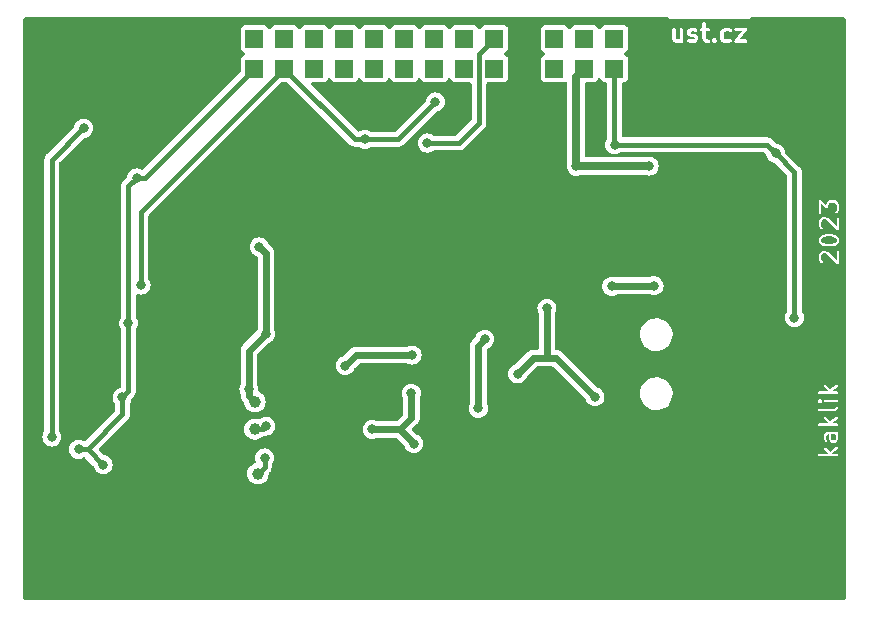
<source format=gbr>
%TF.GenerationSoftware,KiCad,Pcbnew,7.0.8-7.0.8~ubuntu23.04.1*%
%TF.CreationDate,2023-11-20T20:39:39+00:00*%
%TF.ProjectId,USTSIPIN03,55535453-4950-4494-9e30-332e6b696361,REV*%
%TF.SameCoordinates,PX66dd020PY81342c0*%
%TF.FileFunction,Copper,L1,Top*%
%TF.FilePolarity,Positive*%
%FSLAX46Y46*%
G04 Gerber Fmt 4.6, Leading zero omitted, Abs format (unit mm)*
G04 Created by KiCad (PCBNEW 7.0.8-7.0.8~ubuntu23.04.1) date 2023-11-20 20:39:39*
%MOMM*%
%LPD*%
G01*
G04 APERTURE LIST*
%ADD10C,0.200000*%
%ADD11C,0.300000*%
%TA.AperFunction,ComponentPad*%
%ADD12C,6.000000*%
%TD*%
%TA.AperFunction,SMDPad,CuDef*%
%ADD13C,1.000000*%
%TD*%
%TA.AperFunction,ComponentPad*%
%ADD14R,1.524000X1.524000*%
%TD*%
%TA.AperFunction,ViaPad*%
%ADD15C,0.800000*%
%TD*%
%TA.AperFunction,Conductor*%
%ADD16C,0.300000*%
%TD*%
%TA.AperFunction,Conductor*%
%ADD17C,0.600000*%
%TD*%
%TA.AperFunction,Conductor*%
%ADD18C,0.400000*%
%TD*%
%TA.AperFunction,Conductor*%
%ADD19C,0.700000*%
%TD*%
%TA.AperFunction,Conductor*%
%ADD20C,0.450000*%
%TD*%
G04 APERTURE END LIST*
D10*
G36*
X74612928Y19774623D02*
G01*
X74612928Y19464693D01*
X74566964Y19372765D01*
X74475035Y19326801D01*
X74379392Y19326801D01*
X74287463Y19372765D01*
X74241500Y19464693D01*
X74241500Y19798229D01*
X74234376Y19820153D01*
X74231224Y19841086D01*
X74579696Y19841086D01*
X74612928Y19774623D01*
G37*
G36*
X75027214Y17769657D02*
G01*
X72899873Y17769657D01*
X72899873Y18053041D01*
X73117822Y18053041D01*
X73154149Y18003041D01*
X73212928Y17983943D01*
X74712928Y17983943D01*
X74771707Y18003041D01*
X74808034Y18053041D01*
X74808034Y18114845D01*
X74771707Y18164845D01*
X74712928Y18183943D01*
X74325778Y18183943D01*
X74293740Y18215981D01*
X74772928Y18575372D01*
X74808493Y18625918D01*
X74807554Y18687714D01*
X74770472Y18737158D01*
X74711410Y18755361D01*
X74652928Y18735372D01*
X74150883Y18358838D01*
X73783639Y18726083D01*
X73728571Y18754141D01*
X73667529Y18744473D01*
X73623827Y18700771D01*
X73614159Y18639729D01*
X73642217Y18584661D01*
X74042936Y18183943D01*
X73212928Y18183943D01*
X73154149Y18164845D01*
X73117822Y18114845D01*
X73117822Y18053041D01*
X72899873Y18053041D01*
X72899873Y19441086D01*
X73612928Y19441086D01*
X73620051Y19419163D01*
X73623485Y19396364D01*
X73694914Y19253508D01*
X73738283Y19209475D01*
X73799250Y19199344D01*
X73854529Y19226984D01*
X73883005Y19281836D01*
X73873800Y19342951D01*
X73812928Y19464695D01*
X73812928Y19703193D01*
X73858893Y19795123D01*
X73950821Y19841086D01*
X74008267Y19841086D01*
X74041500Y19774622D01*
X74041500Y19441086D01*
X74048623Y19419163D01*
X74052057Y19396365D01*
X74123485Y19253508D01*
X74124043Y19252942D01*
X74124174Y19252155D01*
X74145676Y19230978D01*
X74166854Y19209475D01*
X74167640Y19209345D01*
X74168207Y19208786D01*
X74311064Y19137358D01*
X74333861Y19133925D01*
X74355785Y19126801D01*
X74498642Y19126801D01*
X74520565Y19133925D01*
X74543363Y19137358D01*
X74686221Y19208786D01*
X74686787Y19209345D01*
X74687574Y19209475D01*
X74708735Y19230961D01*
X74730254Y19252154D01*
X74730384Y19252942D01*
X74730943Y19253508D01*
X74802371Y19396365D01*
X74805804Y19419163D01*
X74812928Y19441086D01*
X74812928Y19798229D01*
X74805804Y19820153D01*
X74802371Y19842950D01*
X74784766Y19878160D01*
X74808034Y19910184D01*
X74808034Y19971988D01*
X74771707Y20021988D01*
X74712928Y20041086D01*
X73927214Y20041086D01*
X73905290Y20033963D01*
X73882493Y20030529D01*
X73739636Y19959101D01*
X73739069Y19958543D01*
X73738283Y19958412D01*
X73717105Y19936910D01*
X73695603Y19915732D01*
X73695472Y19914946D01*
X73694914Y19914379D01*
X73623485Y19771523D01*
X73620051Y19748725D01*
X73612928Y19726801D01*
X73612928Y19441086D01*
X72899873Y19441086D01*
X72899873Y20624470D01*
X73117822Y20624470D01*
X73154149Y20574470D01*
X73212928Y20555372D01*
X74712928Y20555372D01*
X74771707Y20574470D01*
X74808034Y20624470D01*
X74808034Y20686274D01*
X74771707Y20736274D01*
X74712928Y20755372D01*
X74325778Y20755372D01*
X74293740Y20787410D01*
X74772928Y21146801D01*
X74808493Y21197347D01*
X74807554Y21259143D01*
X74770472Y21308587D01*
X74711410Y21326790D01*
X74652928Y21306801D01*
X74150883Y20930267D01*
X73783639Y21297512D01*
X73728571Y21325570D01*
X73667529Y21315902D01*
X73623827Y21272200D01*
X73614159Y21211158D01*
X73642217Y21156090D01*
X74042936Y20755372D01*
X73212928Y20755372D01*
X73154149Y20736274D01*
X73117822Y20686274D01*
X73117822Y20624470D01*
X72899873Y20624470D01*
X72899873Y21838756D01*
X73117822Y21838756D01*
X73154149Y21788756D01*
X73212928Y21769658D01*
X74498642Y21769658D01*
X74520565Y21776782D01*
X74543363Y21780215D01*
X74686221Y21851644D01*
X74686787Y21852203D01*
X74687574Y21852333D01*
X74708751Y21873836D01*
X74730254Y21895013D01*
X74730384Y21895800D01*
X74730943Y21896366D01*
X74802371Y22039223D01*
X74811576Y22100338D01*
X74783100Y22155190D01*
X74727821Y22182829D01*
X74666854Y22172698D01*
X74623485Y22128665D01*
X74566964Y22015623D01*
X74475035Y21969658D01*
X73212928Y21969658D01*
X73154149Y21950560D01*
X73117822Y21900560D01*
X73117822Y21838756D01*
X72899873Y21838756D01*
X72899873Y22639728D01*
X73114159Y22639728D01*
X73117822Y22632540D01*
X73117822Y22624470D01*
X73122564Y22617943D01*
X73123827Y22609973D01*
X73135027Y22598773D01*
X73142218Y22584661D01*
X73213647Y22513233D01*
X73227757Y22506044D01*
X73238958Y22494843D01*
X73254602Y22492366D01*
X73268714Y22485175D01*
X73284357Y22487653D01*
X73300000Y22485175D01*
X73314111Y22492366D01*
X73329757Y22494843D01*
X73340956Y22506043D01*
X73355068Y22513233D01*
X73426495Y22584661D01*
X73433684Y22598772D01*
X73444886Y22609972D01*
X73446148Y22617943D01*
X73450891Y22624470D01*
X73617822Y22624470D01*
X73654149Y22574470D01*
X73712928Y22555372D01*
X74712928Y22555372D01*
X74771707Y22574470D01*
X74808034Y22624470D01*
X74808034Y22686274D01*
X74771707Y22736274D01*
X74712928Y22755372D01*
X73712928Y22755372D01*
X73654149Y22736274D01*
X73617822Y22686274D01*
X73617822Y22624470D01*
X73450891Y22624470D01*
X73450891Y22632540D01*
X73454554Y22639728D01*
X73452076Y22655372D01*
X73454554Y22671015D01*
X73450891Y22678205D01*
X73450891Y22686274D01*
X73446148Y22692803D01*
X73444886Y22700771D01*
X73433685Y22711972D01*
X73426496Y22726082D01*
X73355068Y22797511D01*
X73340956Y22804702D01*
X73329756Y22815902D01*
X73314112Y22818380D01*
X73300001Y22825570D01*
X73284357Y22823093D01*
X73268714Y22825570D01*
X73254601Y22818380D01*
X73238959Y22815902D01*
X73227759Y22804704D01*
X73213646Y22797512D01*
X73142217Y22726083D01*
X73135025Y22711970D01*
X73123827Y22700770D01*
X73122565Y22692803D01*
X73117822Y22686274D01*
X73117822Y22678205D01*
X73114159Y22671015D01*
X73116636Y22655372D01*
X73114159Y22639728D01*
X72899873Y22639728D01*
X72899873Y23338756D01*
X73117822Y23338756D01*
X73154149Y23288756D01*
X73212928Y23269658D01*
X74712928Y23269658D01*
X74771707Y23288756D01*
X74808034Y23338756D01*
X74808034Y23400560D01*
X74771707Y23450560D01*
X74712928Y23469658D01*
X74325778Y23469658D01*
X74293740Y23501696D01*
X74772928Y23861087D01*
X74808493Y23911633D01*
X74807554Y23973429D01*
X74770472Y24022873D01*
X74711410Y24041076D01*
X74652928Y24021087D01*
X74150883Y23644553D01*
X73783639Y24011798D01*
X73728571Y24039856D01*
X73667529Y24030188D01*
X73623827Y23986486D01*
X73614159Y23925444D01*
X73642217Y23870376D01*
X74042936Y23469658D01*
X73212928Y23469658D01*
X73154149Y23450560D01*
X73117822Y23400560D01*
X73117822Y23338756D01*
X72899873Y23338756D01*
X72899873Y24255362D01*
X75027214Y24255362D01*
X75027214Y17769657D01*
G37*
D11*
G36*
X67340829Y52750986D02*
G01*
X60540827Y52750986D01*
X60540827Y53329558D01*
X60755113Y53329558D01*
X60764036Y53296257D01*
X60770949Y53262476D01*
X60842378Y53119618D01*
X60848463Y53112756D01*
X60851365Y53104051D01*
X60873905Y53084064D01*
X60893893Y53061523D01*
X60902597Y53058622D01*
X60909460Y53052536D01*
X61052318Y52981108D01*
X61086093Y52974197D01*
X61119399Y52965272D01*
X61333685Y52965272D01*
X61366988Y52974196D01*
X61400767Y52981108D01*
X61451743Y53006596D01*
X61472971Y52985368D01*
X61547971Y52965272D01*
X61622971Y52985368D01*
X61677875Y53040272D01*
X61697971Y53115272D01*
X61697971Y53829558D01*
X62040828Y53829558D01*
X62049752Y53796253D01*
X62056664Y53762477D01*
X62128092Y53619618D01*
X62134179Y53612754D01*
X62137080Y53604051D01*
X62159615Y53584068D01*
X62179607Y53561523D01*
X62188312Y53558622D01*
X62195175Y53552536D01*
X62338033Y53481107D01*
X62371817Y53474194D01*
X62405114Y53465272D01*
X62583989Y53465272D01*
X62650453Y53432040D01*
X62683685Y53365576D01*
X62683685Y53364968D01*
X62650452Y53298504D01*
X62583989Y53265272D01*
X62369095Y53265272D01*
X62257910Y53320864D01*
X62181840Y53336431D01*
X62108179Y53311877D01*
X62056664Y53253782D01*
X62041097Y53177712D01*
X62065651Y53104051D01*
X62123746Y53052536D01*
X62266604Y52981108D01*
X62300379Y52974197D01*
X62333685Y52965272D01*
X62619399Y52965272D01*
X62652702Y52974196D01*
X62686481Y52981108D01*
X62829338Y53052536D01*
X62836200Y53058622D01*
X62844905Y53061523D01*
X62864892Y53084064D01*
X62887433Y53104051D01*
X62890334Y53112756D01*
X62896420Y53119618D01*
X62967849Y53262476D01*
X62974761Y53296257D01*
X62983685Y53329558D01*
X62983685Y53400986D01*
X62974762Y53434287D01*
X62967849Y53468069D01*
X62896420Y53610925D01*
X62890333Y53617789D01*
X62887433Y53626491D01*
X62864892Y53646480D01*
X62844904Y53669020D01*
X62836201Y53671921D01*
X62829338Y53678007D01*
X62686481Y53749436D01*
X62652700Y53756349D01*
X62619399Y53765272D01*
X62440523Y53765272D01*
X62374060Y53798503D01*
X62340828Y53864967D01*
X62340828Y53865577D01*
X62374059Y53932040D01*
X62440524Y53965272D01*
X62583989Y53965272D01*
X62695173Y53909679D01*
X62771243Y53894112D01*
X62844904Y53918666D01*
X62896420Y53976761D01*
X62911987Y54052830D01*
X62891173Y54115272D01*
X63112257Y54115272D01*
X63132353Y54040272D01*
X63187257Y53985368D01*
X63262257Y53965272D01*
X63326542Y53965272D01*
X63326542Y53329558D01*
X63335465Y53296257D01*
X63342378Y53262476D01*
X63413807Y53119618D01*
X63419892Y53112756D01*
X63422794Y53104051D01*
X63445334Y53084064D01*
X63465322Y53061523D01*
X63474026Y53058622D01*
X63480889Y53052536D01*
X63623747Y52981108D01*
X63657522Y52974197D01*
X63690828Y52965272D01*
X63833685Y52965272D01*
X63908685Y52985368D01*
X63963589Y53040272D01*
X63983685Y53115272D01*
X63974949Y53147876D01*
X64117368Y53147876D01*
X64133683Y53119618D01*
X64156191Y53080634D01*
X64227619Y53009206D01*
X64227621Y53009205D01*
X64244720Y52999333D01*
X64258685Y52985368D01*
X64277758Y52980258D01*
X64294861Y52970383D01*
X64294862Y52970383D01*
X64314610Y52970383D01*
X64333685Y52965272D01*
X64352760Y52970383D01*
X64372508Y52970383D01*
X64389610Y52980257D01*
X64408685Y52985368D01*
X64422648Y52999332D01*
X64439750Y53009205D01*
X64511179Y53080633D01*
X64511181Y53080635D01*
X64533688Y53119618D01*
X64550003Y53147876D01*
X64550003Y53225522D01*
X64550003Y53225523D01*
X64511180Y53292766D01*
X64439751Y53364195D01*
X64439750Y53364196D01*
X64422648Y53374070D01*
X64408685Y53388033D01*
X64389610Y53393145D01*
X64376028Y53400986D01*
X64826543Y53400986D01*
X64835466Y53367683D01*
X64842379Y53333904D01*
X64913807Y53191047D01*
X64929830Y53172978D01*
X64941905Y53152063D01*
X65013334Y53080634D01*
X65034248Y53068560D01*
X65052318Y53052536D01*
X65195176Y52981108D01*
X65228951Y52974197D01*
X65262257Y52965272D01*
X65547971Y52965272D01*
X65581276Y52974197D01*
X65615052Y52981108D01*
X65757911Y53052536D01*
X65816006Y53104051D01*
X65819746Y53115272D01*
X66040828Y53115272D01*
X66048202Y53087752D01*
X66051597Y53059463D01*
X66058111Y53050769D01*
X66060924Y53040272D01*
X66081071Y53020125D01*
X66098155Y52997324D01*
X66108144Y52993052D01*
X66115828Y52985368D01*
X66143345Y52977995D01*
X66169544Y52966789D01*
X66180333Y52968084D01*
X66190828Y52965272D01*
X66976543Y52965272D01*
X67051543Y52985368D01*
X67106447Y53040272D01*
X67126543Y53115272D01*
X67106447Y53190272D01*
X67051543Y53245176D01*
X66976543Y53265272D01*
X66499448Y53265272D01*
X67094491Y54022599D01*
X67098763Y54032589D01*
X67106447Y54040272D01*
X67113820Y54067790D01*
X67125026Y54093988D01*
X67123731Y54104778D01*
X67126543Y54115272D01*
X67119168Y54142793D01*
X67115774Y54171081D01*
X67109259Y54179776D01*
X67106447Y54190272D01*
X67086299Y54210420D01*
X67069216Y54233220D01*
X67059226Y54237493D01*
X67051543Y54245176D01*
X67024025Y54252550D01*
X66997827Y54263755D01*
X66987037Y54262461D01*
X66976543Y54265272D01*
X66190828Y54265272D01*
X66115828Y54245176D01*
X66060924Y54190272D01*
X66040828Y54115272D01*
X66060924Y54040272D01*
X66115828Y53985368D01*
X66190828Y53965272D01*
X66667923Y53965272D01*
X66072880Y53207945D01*
X66068607Y53197956D01*
X66060924Y53190272D01*
X66053550Y53162755D01*
X66042345Y53136556D01*
X66043639Y53125767D01*
X66040828Y53115272D01*
X65819746Y53115272D01*
X65840560Y53177712D01*
X65824994Y53253781D01*
X65773479Y53311877D01*
X65699817Y53336431D01*
X65623748Y53320865D01*
X65512562Y53265272D01*
X65297667Y53265272D01*
X65208253Y53309979D01*
X65171248Y53346984D01*
X65126543Y53436396D01*
X65126543Y53794149D01*
X65171248Y53883560D01*
X65208253Y53920565D01*
X65297667Y53965272D01*
X65512561Y53965272D01*
X65623747Y53909679D01*
X65699816Y53894112D01*
X65773478Y53918666D01*
X65824993Y53976761D01*
X65840560Y54052830D01*
X65816006Y54126492D01*
X65757911Y54178007D01*
X65615053Y54249436D01*
X65581272Y54256349D01*
X65547971Y54265272D01*
X65262257Y54265272D01*
X65228956Y54256350D01*
X65195174Y54249436D01*
X65052318Y54178007D01*
X65034249Y54161985D01*
X65013335Y54149910D01*
X64941906Y54078482D01*
X64929830Y54057567D01*
X64913807Y54039497D01*
X64842379Y53896640D01*
X64835466Y53862862D01*
X64826543Y53829558D01*
X64826543Y53400986D01*
X64376028Y53400986D01*
X64372508Y53403018D01*
X64372507Y53403018D01*
X64352760Y53403018D01*
X64333685Y53408129D01*
X64314610Y53403018D01*
X64294861Y53403018D01*
X64277758Y53393144D01*
X64258685Y53388033D01*
X64244720Y53374069D01*
X64227619Y53364195D01*
X64227618Y53364195D01*
X64227618Y53364194D01*
X64156191Y53292766D01*
X64117368Y53225523D01*
X64117368Y53225522D01*
X64117368Y53147876D01*
X63974949Y53147876D01*
X63963589Y53190272D01*
X63908685Y53245176D01*
X63833685Y53265272D01*
X63726238Y53265272D01*
X63659774Y53298504D01*
X63626542Y53364968D01*
X63626542Y53965272D01*
X63833685Y53965272D01*
X63908685Y53985368D01*
X63963589Y54040272D01*
X63983685Y54115272D01*
X63963589Y54190272D01*
X63908685Y54245176D01*
X63833685Y54265272D01*
X63626542Y54265272D01*
X63626542Y54615272D01*
X63606446Y54690272D01*
X63551542Y54745176D01*
X63476542Y54765272D01*
X63401542Y54745176D01*
X63346638Y54690272D01*
X63326542Y54615272D01*
X63326542Y54265272D01*
X63262257Y54265272D01*
X63187257Y54245176D01*
X63132353Y54190272D01*
X63112257Y54115272D01*
X62891173Y54115272D01*
X62887433Y54126491D01*
X62829338Y54178007D01*
X62686481Y54249436D01*
X62652700Y54256349D01*
X62619399Y54265272D01*
X62405114Y54265272D01*
X62371812Y54256349D01*
X62338032Y54249436D01*
X62195174Y54178007D01*
X62188311Y54171922D01*
X62179607Y54169020D01*
X62159619Y54146480D01*
X62137079Y54126492D01*
X62134177Y54117788D01*
X62128092Y54110925D01*
X62056664Y53968068D01*
X62049751Y53934290D01*
X62040828Y53900986D01*
X62040828Y53829558D01*
X61697971Y53829558D01*
X61697971Y54115272D01*
X61677875Y54190272D01*
X61622971Y54245176D01*
X61547971Y54265272D01*
X61472971Y54245176D01*
X61418067Y54190272D01*
X61397971Y54115272D01*
X61397971Y53320261D01*
X61387687Y53309978D01*
X61298275Y53265272D01*
X61154809Y53265272D01*
X61088345Y53298504D01*
X61055113Y53364968D01*
X61055113Y54115272D01*
X61035017Y54190272D01*
X60980113Y54245176D01*
X60905113Y54265272D01*
X60830113Y54245176D01*
X60775209Y54190272D01*
X60755113Y54115272D01*
X60755113Y53329558D01*
X60540827Y53329558D01*
X60540827Y54979558D01*
X67340829Y54979558D01*
X67340829Y52750986D01*
G37*
D10*
G36*
X74468507Y36527308D02*
G01*
X74587037Y36468042D01*
X74635514Y36419566D01*
X74689128Y36312338D01*
X74689128Y36216694D01*
X74635513Y36109465D01*
X74587037Y36060989D01*
X74468507Y36001723D01*
X74205391Y35935944D01*
X73872866Y35935944D01*
X73609747Y36001723D01*
X73491219Y36060988D01*
X73442742Y36109466D01*
X73389128Y36216694D01*
X73389128Y36312336D01*
X73442743Y36419566D01*
X73491219Y36468043D01*
X73609746Y36527307D01*
X73872866Y36593087D01*
X74205390Y36593087D01*
X74468507Y36527308D01*
G37*
G36*
X75103414Y34022889D02*
G01*
X72974842Y34022889D01*
X72974842Y34621658D01*
X73189128Y34621658D01*
X73196251Y34599735D01*
X73199685Y34576936D01*
X73271114Y34434080D01*
X73282487Y34422533D01*
X73289846Y34408090D01*
X73361274Y34336663D01*
X73416341Y34308604D01*
X73477384Y34318272D01*
X73521086Y34361974D01*
X73530754Y34423017D01*
X73502695Y34478084D01*
X73442743Y34538037D01*
X73389128Y34645267D01*
X73389128Y34955193D01*
X73442744Y35062425D01*
X73491219Y35110901D01*
X73598449Y35164516D01*
X73701473Y35164516D01*
X73877965Y35105685D01*
X74718417Y34265234D01*
X74739278Y34254605D01*
X74758226Y34240838D01*
X74766295Y34240838D01*
X74773484Y34237175D01*
X74796612Y34240838D01*
X74820030Y34240838D01*
X74826558Y34245581D01*
X74834527Y34246843D01*
X74851083Y34263400D01*
X74870030Y34277165D01*
X74872523Y34284840D01*
X74878229Y34290545D01*
X74881892Y34313674D01*
X74889128Y34335944D01*
X74889128Y35264516D01*
X74870030Y35323295D01*
X74820030Y35359622D01*
X74758226Y35359622D01*
X74708226Y35323295D01*
X74689128Y35264516D01*
X74689128Y34577366D01*
X74002696Y35263798D01*
X73982154Y35274265D01*
X73963608Y35287955D01*
X73749323Y35359384D01*
X73733115Y35359508D01*
X73717700Y35364516D01*
X73574842Y35364516D01*
X73552918Y35357393D01*
X73530120Y35353959D01*
X73387263Y35282530D01*
X73375713Y35271155D01*
X73361274Y35263797D01*
X73289846Y35192368D01*
X73282488Y35177928D01*
X73271114Y35166379D01*
X73199685Y35023523D01*
X73196251Y35000725D01*
X73189128Y34978801D01*
X73189128Y34621658D01*
X72974842Y34621658D01*
X72974842Y36193087D01*
X73189128Y36193087D01*
X73196251Y36171164D01*
X73199685Y36148366D01*
X73271114Y36005508D01*
X73282487Y35993961D01*
X73289846Y35979518D01*
X73361274Y35908091D01*
X73375713Y35900734D01*
X73387263Y35889358D01*
X73530120Y35817929D01*
X73541142Y35816269D01*
X73550589Y35810358D01*
X73836304Y35738930D01*
X73848719Y35739791D01*
X73860557Y35735944D01*
X74217700Y35735944D01*
X74229537Y35739791D01*
X74241953Y35738930D01*
X74527667Y35810358D01*
X74537113Y35816269D01*
X74548136Y35817929D01*
X74690992Y35889358D01*
X74702540Y35900733D01*
X74716981Y35908090D01*
X74788410Y35979518D01*
X74795768Y35993959D01*
X74807143Y36005508D01*
X74878571Y36148366D01*
X74882004Y36171164D01*
X74889128Y36193087D01*
X74889128Y36335944D01*
X74882004Y36357868D01*
X74878571Y36380665D01*
X74807143Y36523522D01*
X74795768Y36535071D01*
X74788410Y36549512D01*
X74716981Y36620940D01*
X74702540Y36628298D01*
X74690992Y36639672D01*
X74548136Y36711101D01*
X74537112Y36712762D01*
X74527667Y36718672D01*
X74241954Y36790101D01*
X74229537Y36789241D01*
X74217700Y36793087D01*
X73860557Y36793087D01*
X73848719Y36789241D01*
X73836303Y36790101D01*
X73550588Y36718672D01*
X73541141Y36712762D01*
X73530120Y36711101D01*
X73387263Y36639672D01*
X73375713Y36628297D01*
X73361274Y36620939D01*
X73289846Y36549512D01*
X73282487Y36535070D01*
X73271114Y36523522D01*
X73199685Y36380666D01*
X73196251Y36357868D01*
X73189128Y36335944D01*
X73189128Y36193087D01*
X72974842Y36193087D01*
X72974842Y37478800D01*
X73189128Y37478800D01*
X73196251Y37456877D01*
X73199685Y37434078D01*
X73271114Y37291222D01*
X73282487Y37279675D01*
X73289846Y37265232D01*
X73361274Y37193805D01*
X73416341Y37165746D01*
X73477384Y37175414D01*
X73521086Y37219116D01*
X73530754Y37280159D01*
X73502695Y37335226D01*
X73442743Y37395179D01*
X73389128Y37502409D01*
X73389128Y37812335D01*
X73442744Y37919567D01*
X73491219Y37968043D01*
X73598449Y38021658D01*
X73701473Y38021658D01*
X73877965Y37962827D01*
X74718417Y37122376D01*
X74739278Y37111747D01*
X74758226Y37097980D01*
X74766295Y37097980D01*
X74773484Y37094317D01*
X74796612Y37097980D01*
X74820030Y37097980D01*
X74826558Y37102723D01*
X74834527Y37103985D01*
X74851083Y37120542D01*
X74870030Y37134307D01*
X74872523Y37141982D01*
X74878229Y37147687D01*
X74881892Y37170816D01*
X74889128Y37193086D01*
X74889128Y38121658D01*
X74870030Y38180437D01*
X74820030Y38216764D01*
X74758226Y38216764D01*
X74708226Y38180437D01*
X74689128Y38121658D01*
X74689128Y37434508D01*
X74002696Y38120940D01*
X73982154Y38131407D01*
X73963608Y38145097D01*
X73749323Y38216526D01*
X73733115Y38216650D01*
X73717700Y38221658D01*
X73574842Y38221658D01*
X73552918Y38214535D01*
X73530120Y38211101D01*
X73387263Y38139672D01*
X73375713Y38128297D01*
X73361274Y38120939D01*
X73289846Y38049510D01*
X73282488Y38035070D01*
X73271114Y38023521D01*
X73199685Y37880665D01*
X73196251Y37857867D01*
X73189128Y37835943D01*
X73189128Y37478800D01*
X72974842Y37478800D01*
X72974842Y38621657D01*
X73189128Y38621657D01*
X73208226Y38562878D01*
X73258226Y38526551D01*
X73320030Y38526551D01*
X73370030Y38562878D01*
X73389128Y38621657D01*
X73389128Y39329853D01*
X73794706Y38974972D01*
X73813292Y38967011D01*
X73829655Y38955123D01*
X73841047Y38955123D01*
X73851518Y38950638D01*
X73871237Y38955123D01*
X73891459Y38955123D01*
X73900674Y38961819D01*
X73911782Y38964345D01*
X73925096Y38979563D01*
X73941459Y38991450D01*
X73944979Y39002287D01*
X73952480Y39010858D01*
X73954307Y39030996D01*
X73960557Y39050229D01*
X73960557Y39240908D01*
X74014170Y39348135D01*
X74062650Y39396615D01*
X74169878Y39450229D01*
X74479806Y39450229D01*
X74587034Y39396615D01*
X74635514Y39348135D01*
X74689128Y39240908D01*
X74689128Y38859550D01*
X74635514Y38752323D01*
X74575560Y38692368D01*
X74547502Y38637300D01*
X74557170Y38576258D01*
X74600872Y38532556D01*
X74661914Y38522888D01*
X74716982Y38550946D01*
X74788411Y38622375D01*
X74795769Y38636818D01*
X74807143Y38648365D01*
X74878571Y38791222D01*
X74882004Y38814020D01*
X74889128Y38835943D01*
X74889128Y39264514D01*
X74882004Y39286438D01*
X74878571Y39309235D01*
X74807143Y39452092D01*
X74795769Y39463640D01*
X74788411Y39478082D01*
X74716982Y39549511D01*
X74702539Y39556870D01*
X74690992Y39568243D01*
X74548136Y39639672D01*
X74525337Y39643106D01*
X74503414Y39650229D01*
X74146271Y39650229D01*
X74124347Y39643106D01*
X74101549Y39639672D01*
X73958692Y39568243D01*
X73947144Y39556869D01*
X73932703Y39549511D01*
X73861274Y39478082D01*
X73853915Y39463640D01*
X73842542Y39452092D01*
X73771114Y39309235D01*
X73767680Y39286438D01*
X73762098Y39269258D01*
X73354978Y39625487D01*
X73336390Y39633449D01*
X73320030Y39645335D01*
X73308638Y39645335D01*
X73298167Y39649820D01*
X73278448Y39645335D01*
X73258226Y39645335D01*
X73249010Y39638640D01*
X73237903Y39636113D01*
X73224586Y39620895D01*
X73208226Y39609008D01*
X73204706Y39598175D01*
X73197204Y39589601D01*
X73195376Y39569459D01*
X73189128Y39550229D01*
X73189128Y38621657D01*
X72974842Y38621657D01*
X72974842Y39864515D01*
X75103414Y39864515D01*
X75103414Y34022889D01*
G37*
D12*
%TO.P,M1,1*%
%TO.N,GND*%
X10160000Y50800000D03*
%TD*%
%TO.P,M2,1*%
%TO.N,GND*%
X71120000Y50800000D03*
%TD*%
%TO.P,M3,1*%
%TO.N,GND*%
X10160000Y10160000D03*
%TD*%
%TO.P,M4,1*%
%TO.N,GND*%
X71120000Y10160000D03*
%TD*%
D13*
%TO.P,TP3,1,1*%
%TO.N,Net-(U2--)*%
X25439200Y20265600D03*
%TD*%
%TO.P,TP2,1,1*%
%TO.N,GNDA*%
X25439200Y22602400D03*
%TD*%
%TO.P,TP1,1,1*%
%TO.N,Net-(U6--)*%
X25693200Y16506400D03*
%TD*%
D14*
%TO.P,J1,1*%
%TO.N,GND*%
X22860000Y50800000D03*
%TO.P,J1,2*%
X22860000Y53340000D03*
%TO.P,J1,3*%
%TO.N,+5VD*%
X25400000Y50800000D03*
%TO.P,J1,4*%
X25400000Y53340000D03*
%TO.P,J1,5*%
%TO.N,/interface/3v3*%
X27940000Y50800000D03*
%TO.P,J1,6*%
X27940000Y53340000D03*
%TO.P,J1,7*%
%TO.N,Net-(J1-Pad7)*%
X30480000Y50800000D03*
%TO.P,J1,8*%
X30480000Y53340000D03*
%TO.P,J1,9*%
%TO.N,unconnected-(J1-Pad9)*%
X33020000Y50800000D03*
%TO.P,J1,10*%
%TO.N,/interface/A0*%
X33020000Y53340000D03*
%TO.P,J1,11*%
%TO.N,/interface/RX*%
X35560000Y50800000D03*
%TO.P,J1,12*%
%TO.N,/interface/A1*%
X35560000Y53340000D03*
%TO.P,J1,13*%
%TO.N,/interface/TX*%
X38100000Y50800000D03*
%TO.P,J1,14*%
%TO.N,/interface/B1*%
X38100000Y53340000D03*
%TO.P,J1,15*%
%TO.N,/interface/SOCKET_MOSI*%
X40640000Y50800000D03*
%TO.P,J1,16*%
%TO.N,/interface/B0*%
X40640000Y53340000D03*
%TO.P,J1,17*%
%TO.N,/interface/SOCKET_MISO*%
X43180000Y50800000D03*
%TO.P,J1,18*%
%TO.N,/interface/C1*%
X43180000Y53340000D03*
%TO.P,J1,19*%
%TO.N,/interface/SOCKET_SCLK*%
X45720000Y50800000D03*
%TO.P,J1,20*%
%TO.N,/interface/C0*%
X45720000Y53340000D03*
%TO.P,J1,21*%
%TO.N,GND*%
X48260000Y50800000D03*
%TO.P,J1,22*%
X48260000Y53340000D03*
%TO.P,J1,23*%
%TO.N,/interface/SCL*%
X50800000Y50800000D03*
%TO.P,J1,24*%
X50800000Y53340000D03*
%TO.P,J1,25*%
%TO.N,VDD*%
X53340000Y50800000D03*
%TO.P,J1,26*%
X53340000Y53340000D03*
%TO.P,J1,27*%
%TO.N,/interface/SDA*%
X55880000Y50800000D03*
%TO.P,J1,28*%
X55880000Y53340000D03*
%TO.P,J1,29*%
%TO.N,GND*%
X58420000Y50800000D03*
%TO.P,J1,30*%
X58420000Y53340000D03*
%TD*%
D15*
%TO.N,GND*%
X17209600Y34845200D03*
X13120200Y21992800D03*
X11367600Y32813200D03*
X12561400Y36470800D03*
X69469000Y26771600D03*
X39124728Y43574825D03*
X26339552Y24419848D03*
X21240000Y31351375D03*
X13792200Y19608800D03*
X35243600Y48713600D03*
X43337200Y48476000D03*
X10312400Y26746200D03*
X28157000Y48535800D03*
X15977065Y26624964D03*
X13411200Y15367000D03*
X13487400Y26568400D03*
X15544800Y20777200D03*
%TO.N,GNDA*%
X50165000Y30505400D03*
X47675800Y24942800D03*
X55651399Y32359599D03*
X25820200Y35708800D03*
X54229000Y23012400D03*
X38684234Y23301099D03*
X38887400Y19050000D03*
X24931200Y23669200D03*
X59232800Y32410400D03*
X26353600Y28342798D03*
X35382200Y20243800D03*
%TO.N,Net-(U6--)*%
X26252000Y17827000D03*
%TO.N,/PIN_detector/REF*%
X44905860Y27877115D03*
X44350700Y22021800D03*
X38756600Y26543000D03*
X33096200Y25654000D03*
%TO.N,VDD*%
X52654200Y42519600D03*
X58814800Y42541400D03*
%TO.N,/interface/3v3*%
X40719797Y47969882D03*
X15798800Y32461200D03*
X34748309Y44815698D03*
%TO.N,/interface/C0*%
X40044200Y44497200D03*
%TO.N,/interface/SDA*%
X55893800Y44344800D03*
X69528500Y43628500D03*
X71120006Y29718000D03*
%TO.N,Net-(U2--)*%
X26353600Y20527000D03*
%TO.N,/analogue_backend/Set*%
X8243400Y19605200D03*
X10935798Y45741800D03*
%TO.N,+5VD*%
X12584994Y17269571D03*
X14732000Y29235400D03*
X10505400Y18563800D03*
X14196386Y22957709D03*
X15431600Y41550800D03*
%TD*%
D16*
%TO.N,GND*%
X26339552Y24038848D02*
X26339552Y24419848D01*
X26582200Y23796200D02*
X26339552Y24038848D01*
D17*
%TO.N,GNDA*%
X37693600Y20243800D02*
X38887400Y19050000D01*
X50165000Y26314400D02*
X50165000Y30505400D01*
X54229000Y23012400D02*
X50952400Y26289000D01*
X24931200Y23669200D02*
X24931200Y26920398D01*
X37693600Y20243800D02*
X38684234Y21234434D01*
X24931200Y23669200D02*
X24931200Y23110400D01*
X35382200Y20243800D02*
X37693600Y20243800D01*
X59232800Y32410400D02*
X55702200Y32410400D01*
X26379000Y28368198D02*
X26353600Y28342798D01*
X49022000Y26289000D02*
X47675800Y24942800D01*
X26379000Y35150000D02*
X26379000Y28368198D01*
X24931200Y26920398D02*
X26353600Y28342798D01*
X24931200Y23110400D02*
X25439200Y22602400D01*
X38684234Y21234434D02*
X38684234Y23301099D01*
D18*
X55702200Y32410400D02*
X55651399Y32359599D01*
D17*
X25820200Y35708800D02*
X26379000Y35150000D01*
X50952400Y26289000D02*
X49022000Y26289000D01*
D18*
%TO.N,Net-(U6--)*%
X25693200Y16506400D02*
X26252000Y17065200D01*
X26252000Y17065200D02*
X26252000Y17827000D01*
D17*
%TO.N,/PIN_detector/REF*%
X33985200Y26543000D02*
X33096200Y25654000D01*
X44905860Y27877115D02*
X44350700Y27321955D01*
X44350700Y27321955D02*
X44350700Y22021800D01*
X38756600Y26543000D02*
X33985200Y26543000D01*
D19*
%TO.N,VDD*%
X52642600Y42531200D02*
X52654200Y42519600D01*
X52642600Y50102600D02*
X52642600Y42531200D01*
X53340000Y50800000D02*
X52642600Y50102600D01*
X58793000Y42519600D02*
X58814800Y42541400D01*
X52654200Y42519600D02*
X58793000Y42519600D01*
D20*
%TO.N,/interface/3v3*%
X27940000Y50800000D02*
X18059400Y40919400D01*
X15798800Y38658800D02*
X15798800Y32461200D01*
X37594098Y44815698D02*
X40719797Y47941397D01*
X40719797Y47941397D02*
X40719797Y47969882D01*
X18059400Y40919400D02*
X15798800Y38658800D01*
X27940000Y50800000D02*
X33924302Y44815698D01*
X33924302Y44815698D02*
X34748309Y44815698D01*
X34748309Y44815698D02*
X37594098Y44815698D01*
%TO.N,/interface/C0*%
X42711200Y44497200D02*
X40044200Y44497200D01*
X44413000Y46199000D02*
X42711200Y44497200D01*
X44413000Y52033000D02*
X44413000Y46199000D01*
X45720000Y53340000D02*
X44413000Y52033000D01*
D16*
%TO.N,/interface/SDA*%
X55880000Y44358600D02*
X55893800Y44344800D01*
D20*
X55885000Y50800000D02*
X55885000Y44353600D01*
X69528500Y43628500D02*
X71120006Y42036994D01*
X71120006Y38100000D02*
X71120006Y29718000D01*
X55893800Y44344800D02*
X68812200Y44344800D01*
X55880000Y50800000D02*
X55880000Y44358600D01*
X68812200Y44344800D02*
X69528500Y43628500D01*
X55885000Y44353600D02*
X55893800Y44344800D01*
X71120006Y42036994D02*
X71120006Y38100000D01*
D18*
%TO.N,Net-(U2--)*%
X26092200Y20265600D02*
X26353600Y20527000D01*
X25439200Y20265600D02*
X26092200Y20265600D01*
D20*
%TO.N,/analogue_backend/Set*%
X10885000Y45741800D02*
X10935798Y45741800D01*
X8243400Y43100200D02*
X10885000Y45741800D01*
X8243400Y19605200D02*
X8243400Y43100200D01*
%TO.N,+5VD*%
X12560229Y17269571D02*
X11266000Y18563800D01*
X11266000Y18563800D02*
X10505400Y18563800D01*
D16*
X12584994Y17269571D02*
X12560229Y17269571D01*
D20*
X14224000Y21521800D02*
X11266000Y18563800D01*
X14732000Y23493323D02*
X14732000Y29235400D01*
X25400000Y50800000D02*
X16150800Y41550800D01*
X16150800Y41550800D02*
X15431600Y41550800D01*
X14732000Y40851200D02*
X15431600Y41550800D01*
X14196386Y22957709D02*
X14732000Y23493323D01*
X14732000Y29235400D02*
X14732000Y40851200D01*
X14196386Y22957709D02*
X14196386Y22743948D01*
X14224000Y22716334D02*
X14224000Y21521800D01*
X14196386Y22743948D02*
X14224000Y22716334D01*
%TD*%
%TA.AperFunction,Conductor*%
%TO.N,GND*%
G36*
X60487936Y55105498D02*
G01*
X60534429Y55051842D01*
X60545815Y54999500D01*
X60545815Y54974849D01*
X60545815Y52755695D01*
X67336120Y52755695D01*
X67336120Y54999500D01*
X67356122Y55067621D01*
X67409778Y55114114D01*
X67462120Y55125500D01*
X75319500Y55125500D01*
X75387621Y55105498D01*
X75434114Y55051842D01*
X75445500Y54999500D01*
X75445500Y5960501D01*
X75425498Y5892380D01*
X75371842Y5845887D01*
X75319500Y5834501D01*
X5960500Y5834501D01*
X5892379Y5854503D01*
X5845886Y5908159D01*
X5834500Y5960501D01*
X5834500Y18563800D01*
X9699835Y18563800D01*
X9720032Y18384545D01*
X9741144Y18324211D01*
X9779611Y18214278D01*
X9779612Y18214275D01*
X9875582Y18061540D01*
X9875583Y18061538D01*
X10003137Y17933984D01*
X10003139Y17933983D01*
X10155874Y17838013D01*
X10155875Y17838013D01*
X10155878Y17838011D01*
X10326145Y17778432D01*
X10505400Y17758235D01*
X10684655Y17778432D01*
X10854922Y17838011D01*
X10922559Y17880510D01*
X10924770Y17881899D01*
X10993091Y17901205D01*
X11061004Y17880510D01*
X11080901Y17864307D01*
X11761431Y17183777D01*
X11795457Y17121465D01*
X11797543Y17108796D01*
X11799625Y17090319D01*
X11799626Y17090314D01*
X11859204Y16920051D01*
X11859206Y16920046D01*
X11955176Y16767311D01*
X11955177Y16767309D01*
X12082731Y16639755D01*
X12082733Y16639754D01*
X12235468Y16543784D01*
X12235469Y16543784D01*
X12235472Y16543782D01*
X12405739Y16484203D01*
X12584994Y16464006D01*
X12764249Y16484203D01*
X12827684Y16506400D01*
X24787740Y16506400D01*
X24807525Y16318144D01*
X24866018Y16138122D01*
X24866022Y16138114D01*
X24960665Y15974186D01*
X24960666Y15974184D01*
X25087326Y15833514D01*
X25240467Y15722251D01*
X25240467Y15722250D01*
X25287812Y15701171D01*
X25413397Y15645256D01*
X25598554Y15605900D01*
X25787846Y15605900D01*
X25973003Y15645256D01*
X26145930Y15722249D01*
X26145930Y15722250D01*
X26145932Y15722250D01*
X26145932Y15722251D01*
X26299071Y15833512D01*
X26425733Y15974184D01*
X26520379Y16138116D01*
X26578874Y16318144D01*
X26598660Y16506400D01*
X26598660Y16506402D01*
X26598660Y16510436D01*
X26599320Y16512686D01*
X26599350Y16512967D01*
X26599401Y16512962D01*
X26618662Y16578557D01*
X26635559Y16599525D01*
X26645867Y16609834D01*
X26652047Y16615255D01*
X26680282Y16636918D01*
X26776536Y16762359D01*
X26837044Y16908438D01*
X26838573Y16920046D01*
X26838574Y16920051D01*
X26857683Y17065200D01*
X26857683Y17065201D01*
X26853040Y17100470D01*
X26852500Y17108702D01*
X26852500Y17243888D01*
X26872502Y17312009D01*
X26879996Y17322457D01*
X26881811Y17324734D01*
X26881816Y17324738D01*
X26881819Y17324744D01*
X26881823Y17324748D01*
X26977787Y17477475D01*
X26977786Y17477475D01*
X26977789Y17477478D01*
X27037368Y17647745D01*
X27057565Y17827000D01*
X27037368Y18006255D01*
X26977789Y18176522D01*
X26977787Y18176525D01*
X26977787Y18176526D01*
X26881817Y18329261D01*
X26881816Y18329263D01*
X26754262Y18456817D01*
X26754260Y18456818D01*
X26601525Y18552788D01*
X26601522Y18552789D01*
X26570054Y18563800D01*
X26431255Y18612368D01*
X26252000Y18632565D01*
X26072745Y18612368D01*
X26072742Y18612368D01*
X26072742Y18612367D01*
X25902477Y18552789D01*
X25902474Y18552788D01*
X25749739Y18456818D01*
X25749737Y18456817D01*
X25622183Y18329263D01*
X25622182Y18329261D01*
X25526212Y18176526D01*
X25526211Y18176523D01*
X25526211Y18176522D01*
X25466632Y18006255D01*
X25446435Y17827000D01*
X25466632Y17647745D01*
X25476658Y17619093D01*
X25506931Y17532577D01*
X25510551Y17461673D01*
X25475261Y17400068D01*
X25419397Y17370468D01*
X25419683Y17369587D01*
X25414648Y17367951D01*
X25414209Y17367718D01*
X25413406Y17367548D01*
X25413403Y17367547D01*
X25240467Y17290551D01*
X25240467Y17290550D01*
X25087326Y17179287D01*
X24960666Y17038617D01*
X24960665Y17038615D01*
X24866022Y16874687D01*
X24866018Y16874679D01*
X24807525Y16694657D01*
X24787740Y16506400D01*
X12827684Y16506400D01*
X12934516Y16543782D01*
X13087256Y16639755D01*
X13214810Y16767309D01*
X13310783Y16920049D01*
X13370362Y17090316D01*
X13390559Y17269571D01*
X13370362Y17448826D01*
X13310783Y17619093D01*
X13310781Y17619096D01*
X13310781Y17619097D01*
X13214811Y17771832D01*
X13214810Y17771834D01*
X13087256Y17899388D01*
X13087254Y17899389D01*
X12934519Y17995359D01*
X12934516Y17995360D01*
X12764254Y18054938D01*
X12764240Y18054941D01*
X12689952Y18063312D01*
X12624500Y18090816D01*
X12614967Y18099424D01*
X12239685Y18474706D01*
X12205659Y18537018D01*
X12210724Y18607833D01*
X12239685Y18652896D01*
X13408144Y19821355D01*
X13852389Y20265600D01*
X24533740Y20265600D01*
X24553525Y20077344D01*
X24612018Y19897322D01*
X24612022Y19897314D01*
X24706665Y19733386D01*
X24706666Y19733384D01*
X24833326Y19592714D01*
X24986467Y19481451D01*
X24986467Y19481450D01*
X25033812Y19460371D01*
X25159397Y19404456D01*
X25344554Y19365100D01*
X25533846Y19365100D01*
X25719003Y19404456D01*
X25891930Y19481449D01*
X25891930Y19481450D01*
X25891932Y19481450D01*
X25891932Y19481451D01*
X26045071Y19592712D01*
X26076279Y19627374D01*
X26136724Y19664613D01*
X26153464Y19667984D01*
X26248962Y19680556D01*
X26328995Y19713707D01*
X26363101Y19722506D01*
X26532855Y19741632D01*
X26703122Y19801211D01*
X26855862Y19897184D01*
X26983416Y20024738D01*
X27079389Y20177478D01*
X27102596Y20243800D01*
X34576635Y20243800D01*
X34596832Y20064545D01*
X34656411Y19894278D01*
X34656412Y19894275D01*
X34752382Y19741540D01*
X34752383Y19741538D01*
X34879937Y19613984D01*
X34879939Y19613983D01*
X35032674Y19518013D01*
X35032675Y19518013D01*
X35032678Y19518011D01*
X35202945Y19458432D01*
X35382200Y19438235D01*
X35561455Y19458432D01*
X35731722Y19518011D01*
X35741231Y19523987D01*
X35808269Y19543300D01*
X37351253Y19543300D01*
X37419374Y19523298D01*
X37440348Y19506395D01*
X38095709Y18851034D01*
X38125543Y18803554D01*
X38161611Y18700478D01*
X38161612Y18700475D01*
X38257582Y18547740D01*
X38257583Y18547738D01*
X38385137Y18420184D01*
X38385139Y18420183D01*
X38537874Y18324213D01*
X38537875Y18324213D01*
X38537878Y18324211D01*
X38708145Y18264632D01*
X38887400Y18244435D01*
X39066655Y18264632D01*
X39236922Y18324211D01*
X39389662Y18420184D01*
X39517216Y18547738D01*
X39613189Y18700478D01*
X39672768Y18870745D01*
X39692965Y19050000D01*
X39672768Y19229255D01*
X39613189Y19399522D01*
X39613187Y19399525D01*
X39613187Y19399526D01*
X39517217Y19552261D01*
X39517216Y19552263D01*
X39389662Y19679817D01*
X39389660Y19679818D01*
X39236925Y19775788D01*
X39236922Y19775789D01*
X39133846Y19811857D01*
X39086366Y19841691D01*
X38773352Y20154705D01*
X38739326Y20217017D01*
X38744391Y20287832D01*
X38773349Y20332893D01*
X39163275Y20722820D01*
X39166005Y20725390D01*
X39212417Y20766505D01*
X39247651Y20817552D01*
X39249855Y20820547D01*
X39288112Y20869377D01*
X39292195Y20878452D01*
X39303399Y20898317D01*
X39309052Y20906504D01*
X39331042Y20964489D01*
X39332474Y20967947D01*
X39357929Y21024502D01*
X39359724Y21034299D01*
X39365846Y21056262D01*
X39369374Y21065562D01*
X39376844Y21127092D01*
X39377415Y21130839D01*
X39388592Y21191828D01*
X39384849Y21253701D01*
X39384734Y21257506D01*
X39384734Y22021800D01*
X43545135Y22021800D01*
X43565332Y21842545D01*
X43573833Y21818251D01*
X43624911Y21672278D01*
X43624912Y21672275D01*
X43720882Y21519540D01*
X43720883Y21519538D01*
X43848437Y21391984D01*
X43848439Y21391983D01*
X44001174Y21296013D01*
X44001175Y21296013D01*
X44001178Y21296011D01*
X44171445Y21236432D01*
X44350700Y21216235D01*
X44529955Y21236432D01*
X44700222Y21296011D01*
X44852962Y21391984D01*
X44980516Y21519538D01*
X45076489Y21672278D01*
X45136068Y21842545D01*
X45156265Y22021800D01*
X45136068Y22201055D01*
X45076489Y22371322D01*
X45070510Y22380838D01*
X45051200Y22447870D01*
X45051200Y24942800D01*
X46870235Y24942800D01*
X46890432Y24763545D01*
X46936129Y24632951D01*
X46950011Y24593278D01*
X46950012Y24593275D01*
X47045982Y24440540D01*
X47045983Y24440538D01*
X47173537Y24312984D01*
X47173539Y24312983D01*
X47326274Y24217013D01*
X47326275Y24217013D01*
X47326278Y24217011D01*
X47496545Y24157432D01*
X47675800Y24137235D01*
X47855055Y24157432D01*
X48025322Y24217011D01*
X48178062Y24312984D01*
X48305616Y24440538D01*
X48401589Y24593278D01*
X48437656Y24696356D01*
X48467488Y24743833D01*
X49275253Y25551596D01*
X49337565Y25585621D01*
X49364348Y25588500D01*
X50610053Y25588500D01*
X50678174Y25568498D01*
X50699148Y25551595D01*
X53437309Y22813434D01*
X53467143Y22765954D01*
X53503211Y22662878D01*
X53503212Y22662875D01*
X53599182Y22510140D01*
X53599183Y22510138D01*
X53726737Y22382584D01*
X53726739Y22382583D01*
X53879474Y22286613D01*
X53879475Y22286613D01*
X53879478Y22286611D01*
X54049745Y22227032D01*
X54229000Y22206835D01*
X54408255Y22227032D01*
X54578522Y22286611D01*
X54731262Y22382584D01*
X54858816Y22510138D01*
X54954789Y22662878D01*
X55014368Y22833145D01*
X55034565Y23012400D01*
X55014368Y23191655D01*
X54967625Y23325238D01*
X58039153Y23325238D01*
X58049134Y23090296D01*
X58049136Y23090283D01*
X58098680Y22860401D01*
X58178052Y22662878D01*
X58186363Y22642195D01*
X58309662Y22441944D01*
X58465030Y22265411D01*
X58647998Y22117676D01*
X58853301Y22002986D01*
X58911378Y21982466D01*
X59075026Y21924645D01*
X59075030Y21924645D01*
X59075034Y21924643D01*
X59306817Y21884900D01*
X59306820Y21884900D01*
X59483089Y21884900D01*
X59570903Y21892374D01*
X59658719Y21899848D01*
X59820677Y21942019D01*
X59886290Y21959103D01*
X59886290Y21959104D01*
X59886297Y21959105D01*
X60100587Y22055970D01*
X60295424Y22187657D01*
X60465203Y22350378D01*
X60605041Y22539451D01*
X60710913Y22749436D01*
X60779775Y22974294D01*
X60779775Y22974299D01*
X60779777Y22974305D01*
X60809646Y23207555D01*
X60809646Y23207563D01*
X60799665Y23442505D01*
X60799665Y23442510D01*
X60750120Y23672397D01*
X60662437Y23890605D01*
X60539138Y24090856D01*
X60398628Y24250507D01*
X72904791Y24250507D01*
X72904791Y17775805D01*
X75020938Y17775805D01*
X75020938Y24250507D01*
X72904791Y24250507D01*
X60398628Y24250507D01*
X60383770Y24267389D01*
X60200802Y24415124D01*
X60200800Y24415125D01*
X60200799Y24415126D01*
X59995503Y24529812D01*
X59995500Y24529814D01*
X59773773Y24608156D01*
X59708819Y24619294D01*
X59541983Y24647900D01*
X59365712Y24647900D01*
X59365711Y24647900D01*
X59190081Y24632953D01*
X59190074Y24632951D01*
X58962509Y24573698D01*
X58748218Y24476833D01*
X58748212Y24476830D01*
X58553377Y24345144D01*
X58553369Y24345138D01*
X58383602Y24182429D01*
X58243757Y23993347D01*
X58137888Y23783366D01*
X58137883Y23783354D01*
X58069024Y23558505D01*
X58069022Y23558496D01*
X58039153Y23325246D01*
X58039153Y23325238D01*
X54967625Y23325238D01*
X54954789Y23361922D01*
X54954787Y23361925D01*
X54954787Y23361926D01*
X54858817Y23514661D01*
X54858816Y23514663D01*
X54731262Y23642217D01*
X54731260Y23642218D01*
X54578525Y23738188D01*
X54578522Y23738189D01*
X54475446Y23774257D01*
X54427966Y23804091D01*
X53080317Y25151740D01*
X51464029Y26768028D01*
X51461445Y26770773D01*
X51420329Y26817183D01*
X51420326Y26817186D01*
X51369314Y26852397D01*
X51366248Y26854653D01*
X51317459Y26892877D01*
X51317457Y26892878D01*
X51317455Y26892879D01*
X51308381Y26896963D01*
X51288520Y26908165D01*
X51280330Y26913818D01*
X51280328Y26913819D01*
X51222383Y26935795D01*
X51218869Y26937251D01*
X51162333Y26962695D01*
X51162329Y26962696D01*
X51152530Y26964492D01*
X51130576Y26970612D01*
X51121268Y26974142D01*
X51059748Y26981611D01*
X51055986Y26982184D01*
X50995007Y26993359D01*
X50987400Y26993818D01*
X50987547Y26996255D01*
X50929903Y27009459D01*
X50880256Y27060209D01*
X50865500Y27119376D01*
X50865500Y28325238D01*
X58039153Y28325238D01*
X58049134Y28090296D01*
X58049136Y28090283D01*
X58098680Y27860401D01*
X58183273Y27649885D01*
X58186363Y27642195D01*
X58309662Y27441944D01*
X58390250Y27350378D01*
X58464563Y27265941D01*
X58465030Y27265411D01*
X58647998Y27117676D01*
X58853301Y27002986D01*
X58911378Y26982466D01*
X59075026Y26924645D01*
X59075030Y26924645D01*
X59075034Y26924643D01*
X59306817Y26884900D01*
X59306820Y26884900D01*
X59483089Y26884900D01*
X59576837Y26892879D01*
X59658719Y26899848D01*
X59820677Y26942019D01*
X59886290Y26959103D01*
X59886290Y26959104D01*
X59886297Y26959105D01*
X60100587Y27055970D01*
X60295424Y27187657D01*
X60397467Y27285458D01*
X60465197Y27350372D01*
X60465197Y27350373D01*
X60465203Y27350378D01*
X60605041Y27539451D01*
X60710913Y27749436D01*
X60779775Y27974294D01*
X60779775Y27974299D01*
X60779777Y27974305D01*
X60809646Y28207555D01*
X60809646Y28207563D01*
X60799665Y28442505D01*
X60799665Y28442510D01*
X60750120Y28672397D01*
X60662437Y28890605D01*
X60539138Y29090856D01*
X60383770Y29267389D01*
X60200802Y29415124D01*
X60200800Y29415125D01*
X60200799Y29415126D01*
X59995503Y29529812D01*
X59995500Y29529814D01*
X59773773Y29608156D01*
X59708819Y29619294D01*
X59541983Y29647900D01*
X59365712Y29647900D01*
X59365711Y29647900D01*
X59190081Y29632953D01*
X59190074Y29632951D01*
X58962509Y29573698D01*
X58748218Y29476833D01*
X58748212Y29476830D01*
X58553377Y29345144D01*
X58553369Y29345138D01*
X58383602Y29182429D01*
X58243757Y28993347D01*
X58137888Y28783366D01*
X58137883Y28783354D01*
X58069024Y28558505D01*
X58069022Y28558496D01*
X58039153Y28325246D01*
X58039153Y28325238D01*
X50865500Y28325238D01*
X50865500Y30079331D01*
X50884814Y30146369D01*
X50890789Y30155878D01*
X50950368Y30326145D01*
X50970565Y30505400D01*
X50950368Y30684655D01*
X50890789Y30854922D01*
X50890787Y30854925D01*
X50890787Y30854926D01*
X50794817Y31007661D01*
X50794816Y31007663D01*
X50667262Y31135217D01*
X50667260Y31135218D01*
X50514525Y31231188D01*
X50514522Y31231189D01*
X50344255Y31290768D01*
X50165000Y31310965D01*
X49985745Y31290768D01*
X49985742Y31290768D01*
X49985742Y31290767D01*
X49815477Y31231189D01*
X49815474Y31231188D01*
X49662739Y31135218D01*
X49662737Y31135217D01*
X49535183Y31007663D01*
X49535182Y31007661D01*
X49439212Y30854926D01*
X49439211Y30854923D01*
X49439211Y30854922D01*
X49379632Y30684655D01*
X49359435Y30505400D01*
X49379632Y30326145D01*
X49379633Y30326143D01*
X49439211Y30155878D01*
X49439210Y30155878D01*
X49445186Y30146369D01*
X49464500Y30079331D01*
X49464500Y27115500D01*
X49444498Y27047379D01*
X49390842Y27000886D01*
X49338500Y26989500D01*
X49045061Y26989500D01*
X49041259Y26989615D01*
X48979394Y26993357D01*
X48979393Y26993357D01*
X48979392Y26993357D01*
X48918430Y26982186D01*
X48914671Y26981614D01*
X48910370Y26981092D01*
X48853134Y26974142D01*
X48853132Y26974141D01*
X48853130Y26974141D01*
X48853128Y26974140D01*
X48843817Y26970609D01*
X48821863Y26964490D01*
X48812072Y26962696D01*
X48812068Y26962695D01*
X48755549Y26937258D01*
X48752035Y26935802D01*
X48694071Y26913819D01*
X48694069Y26913818D01*
X48685872Y26908160D01*
X48666018Y26896962D01*
X48656946Y26892879D01*
X48656944Y26892878D01*
X48608152Y26854653D01*
X48605088Y26852399D01*
X48554069Y26817182D01*
X48512961Y26770782D01*
X48510353Y26768011D01*
X47476832Y25734491D01*
X47429353Y25704657D01*
X47326275Y25668588D01*
X47326274Y25668588D01*
X47173539Y25572618D01*
X47173537Y25572617D01*
X47045983Y25445063D01*
X47045982Y25445061D01*
X46950012Y25292326D01*
X46950011Y25292323D01*
X46900818Y25151736D01*
X46890432Y25122055D01*
X46870235Y24942800D01*
X45051200Y24942800D01*
X45051200Y26979608D01*
X45071202Y27047729D01*
X45088099Y27068699D01*
X45104826Y27085426D01*
X45152304Y27115259D01*
X45255382Y27151326D01*
X45408122Y27247299D01*
X45535676Y27374853D01*
X45631649Y27527593D01*
X45691228Y27697860D01*
X45711425Y27877115D01*
X45691228Y28056370D01*
X45631649Y28226637D01*
X45631647Y28226640D01*
X45631647Y28226641D01*
X45535677Y28379376D01*
X45535676Y28379378D01*
X45408122Y28506932D01*
X45408120Y28506933D01*
X45255385Y28602903D01*
X45255382Y28602904D01*
X45085115Y28662483D01*
X44905860Y28682680D01*
X44726605Y28662483D01*
X44726602Y28662483D01*
X44726602Y28662482D01*
X44556337Y28602904D01*
X44556334Y28602903D01*
X44403599Y28506933D01*
X44403597Y28506932D01*
X44276043Y28379378D01*
X44276042Y28379376D01*
X44180072Y28226641D01*
X44180072Y28226640D01*
X44144003Y28123562D01*
X44114169Y28076083D01*
X43871689Y27833602D01*
X43868918Y27830994D01*
X43822516Y27789884D01*
X43822515Y27789884D01*
X43787298Y27738864D01*
X43785044Y27735801D01*
X43746824Y27687015D01*
X43746819Y27687008D01*
X43742738Y27677939D01*
X43731540Y27658083D01*
X43725882Y27649886D01*
X43703901Y27591929D01*
X43702445Y27588414D01*
X43677004Y27531887D01*
X43677004Y27531886D01*
X43675208Y27522086D01*
X43669088Y27500134D01*
X43665560Y27490832D01*
X43665559Y27490825D01*
X43658089Y27429303D01*
X43657516Y27425541D01*
X43646342Y27364561D01*
X43648531Y27328368D01*
X43650085Y27302690D01*
X43650200Y27298885D01*
X43650200Y22447870D01*
X43630889Y22380838D01*
X43624911Y22371322D01*
X43587851Y22265411D01*
X43567355Y22206835D01*
X43565332Y22201055D01*
X43545135Y22021800D01*
X39384734Y22021800D01*
X39384734Y22875030D01*
X39404048Y22942068D01*
X39410023Y22951577D01*
X39469602Y23121844D01*
X39489799Y23301099D01*
X39469602Y23480354D01*
X39410023Y23650621D01*
X39410021Y23650624D01*
X39410021Y23650625D01*
X39314051Y23803360D01*
X39314050Y23803362D01*
X39186496Y23930916D01*
X39186494Y23930917D01*
X39033759Y24026887D01*
X39033756Y24026888D01*
X39029898Y24028238D01*
X38863489Y24086467D01*
X38684234Y24106664D01*
X38504979Y24086467D01*
X38504976Y24086467D01*
X38504976Y24086466D01*
X38334711Y24026888D01*
X38334708Y24026887D01*
X38181973Y23930917D01*
X38181971Y23930916D01*
X38054417Y23803362D01*
X38054416Y23803360D01*
X37958446Y23650625D01*
X37958445Y23650622D01*
X37902222Y23489945D01*
X37898866Y23480354D01*
X37878669Y23301099D01*
X37898866Y23121844D01*
X37917779Y23067795D01*
X37958445Y22951577D01*
X37958444Y22951577D01*
X37964420Y22942068D01*
X37983734Y22875030D01*
X37983734Y21576781D01*
X37963732Y21508660D01*
X37946829Y21487686D01*
X37440348Y20981205D01*
X37378036Y20947179D01*
X37351253Y20944300D01*
X35808269Y20944300D01*
X35741231Y20963614D01*
X35739908Y20964445D01*
X35731722Y20969589D01*
X35561455Y21029168D01*
X35382200Y21049365D01*
X35202945Y21029168D01*
X35202942Y21029168D01*
X35202942Y21029167D01*
X35032677Y20969589D01*
X35032674Y20969588D01*
X34879939Y20873618D01*
X34879937Y20873617D01*
X34752383Y20746063D01*
X34752382Y20746061D01*
X34656412Y20593326D01*
X34656411Y20593323D01*
X34656411Y20593322D01*
X34596832Y20423055D01*
X34576635Y20243800D01*
X27102596Y20243800D01*
X27138968Y20347745D01*
X27159165Y20527000D01*
X27138968Y20706255D01*
X27079389Y20876522D01*
X27079387Y20876525D01*
X27079387Y20876526D01*
X26983417Y21029261D01*
X26983416Y21029263D01*
X26855862Y21156817D01*
X26855860Y21156818D01*
X26703125Y21252788D01*
X26703122Y21252789D01*
X26689642Y21257506D01*
X26532855Y21312368D01*
X26353600Y21332565D01*
X26174345Y21312368D01*
X26174342Y21312368D01*
X26174342Y21312367D01*
X26004077Y21252789D01*
X26004075Y21252788D01*
X25851340Y21156818D01*
X25851333Y21156813D01*
X25850777Y21156256D01*
X25850329Y21156012D01*
X25845811Y21152408D01*
X25845179Y21153201D01*
X25788462Y21122236D01*
X25725465Y21125390D01*
X25725462Y21125371D01*
X25725347Y21125396D01*
X25722757Y21125525D01*
X25719009Y21126743D01*
X25533846Y21166100D01*
X25344554Y21166100D01*
X25159399Y21126745D01*
X24986467Y21049751D01*
X24986467Y21049750D01*
X24833326Y20938487D01*
X24706666Y20797817D01*
X24706665Y20797815D01*
X24612022Y20633887D01*
X24612018Y20633879D01*
X24553525Y20453857D01*
X24533740Y20265600D01*
X13852389Y20265600D01*
X14607631Y21020843D01*
X14619968Y21030724D01*
X14619770Y21030963D01*
X14625870Y21036011D01*
X14625877Y21036014D01*
X14673241Y21086452D01*
X14694120Y21107330D01*
X14698347Y21112781D01*
X14702182Y21117272D01*
X14734062Y21151218D01*
X14743637Y21168638D01*
X14754493Y21185161D01*
X14766674Y21200864D01*
X14785170Y21243611D01*
X14787760Y21248899D01*
X14810197Y21289708D01*
X14815139Y21308959D01*
X14821538Y21327650D01*
X14829438Y21345905D01*
X14836721Y21391899D01*
X14837923Y21397695D01*
X14849499Y21442775D01*
X14849500Y21442782D01*
X14849500Y21462656D01*
X14851051Y21482366D01*
X14851321Y21484073D01*
X14854160Y21501996D01*
X14852024Y21524591D01*
X14849780Y21548337D01*
X14849500Y21554269D01*
X14849500Y22456227D01*
X14868812Y22523261D01*
X14922175Y22608187D01*
X14981754Y22778454D01*
X14982207Y22782470D01*
X14986980Y22824839D01*
X15014483Y22890292D01*
X15023083Y22899818D01*
X15115631Y22992366D01*
X15127968Y23002247D01*
X15127770Y23002486D01*
X15133870Y23007534D01*
X15133877Y23007537D01*
X15181241Y23057975D01*
X15202120Y23078853D01*
X15206347Y23084304D01*
X15210182Y23088795D01*
X15242062Y23122741D01*
X15251637Y23140161D01*
X15262493Y23156684D01*
X15274674Y23172387D01*
X15293170Y23215134D01*
X15295760Y23220422D01*
X15318197Y23261231D01*
X15323139Y23280482D01*
X15329538Y23299173D01*
X15337438Y23317428D01*
X15344721Y23363422D01*
X15345923Y23369218D01*
X15357499Y23414298D01*
X15357500Y23414305D01*
X15357500Y23434179D01*
X15359051Y23453889D01*
X15360580Y23463544D01*
X15362160Y23473519D01*
X15361514Y23480357D01*
X15357780Y23519860D01*
X15357500Y23525792D01*
X15357500Y23669200D01*
X24125635Y23669200D01*
X24145832Y23489945D01*
X24188076Y23369218D01*
X24205411Y23319678D01*
X24205410Y23319678D01*
X24211386Y23310169D01*
X24230700Y23243131D01*
X24230700Y23133472D01*
X24230585Y23129667D01*
X24226842Y23067795D01*
X24238016Y23006814D01*
X24238589Y23003052D01*
X24246058Y22941532D01*
X24249588Y22932224D01*
X24255708Y22910270D01*
X24257504Y22900471D01*
X24257505Y22900467D01*
X24282949Y22843931D01*
X24284405Y22840417D01*
X24294638Y22813434D01*
X24306382Y22782470D01*
X24312035Y22774280D01*
X24323237Y22754419D01*
X24327322Y22745343D01*
X24327323Y22745341D01*
X24365547Y22696552D01*
X24367803Y22693486D01*
X24403014Y22642474D01*
X24403018Y22642470D01*
X24411131Y22635283D01*
X24449427Y22601355D01*
X24452172Y22598771D01*
X24511489Y22539454D01*
X24512194Y22538749D01*
X24546220Y22476437D01*
X24548408Y22462827D01*
X24553525Y22414146D01*
X24553526Y22414140D01*
X24612018Y22234122D01*
X24612022Y22234114D01*
X24706665Y22070186D01*
X24706666Y22070184D01*
X24833326Y21929514D01*
X24986467Y21818251D01*
X24986467Y21818250D01*
X25033812Y21797171D01*
X25159397Y21741256D01*
X25344554Y21701900D01*
X25533846Y21701900D01*
X25719003Y21741256D01*
X25891930Y21818249D01*
X25891930Y21818250D01*
X25891932Y21818250D01*
X25891932Y21818251D01*
X26045071Y21929512D01*
X26111228Y22002986D01*
X26171733Y22070184D01*
X26171734Y22070186D01*
X26199152Y22117676D01*
X26266379Y22234116D01*
X26324874Y22414144D01*
X26344660Y22602400D01*
X26324874Y22790656D01*
X26317473Y22813434D01*
X26266381Y22970679D01*
X26266377Y22970687D01*
X26264293Y22974296D01*
X26203933Y23078844D01*
X26171734Y23134615D01*
X26171733Y23134617D01*
X26045073Y23275287D01*
X25891932Y23386550D01*
X25891927Y23386553D01*
X25798139Y23428311D01*
X25744044Y23474291D01*
X25723395Y23542218D01*
X25724179Y23557503D01*
X25736765Y23669200D01*
X25716568Y23848455D01*
X25656989Y24018722D01*
X25651010Y24028238D01*
X25631700Y24095270D01*
X25631700Y25654000D01*
X32290635Y25654000D01*
X32310832Y25474745D01*
X32370410Y25304480D01*
X32370411Y25304478D01*
X32370412Y25304475D01*
X32466382Y25151740D01*
X32466383Y25151738D01*
X32593937Y25024184D01*
X32593939Y25024183D01*
X32746674Y24928213D01*
X32746675Y24928213D01*
X32746678Y24928211D01*
X32916945Y24868632D01*
X33096200Y24848435D01*
X33275455Y24868632D01*
X33445722Y24928211D01*
X33598462Y25024184D01*
X33726016Y25151738D01*
X33821989Y25304478D01*
X33858056Y25407556D01*
X33887888Y25455033D01*
X34238453Y25805596D01*
X34300765Y25839621D01*
X34327548Y25842500D01*
X38330531Y25842500D01*
X38397568Y25823187D01*
X38407078Y25817211D01*
X38577345Y25757632D01*
X38756600Y25737435D01*
X38935855Y25757632D01*
X39106122Y25817211D01*
X39258862Y25913184D01*
X39386416Y26040738D01*
X39482389Y26193478D01*
X39541968Y26363745D01*
X39562165Y26543000D01*
X39541968Y26722255D01*
X39482389Y26892522D01*
X39482387Y26892525D01*
X39482387Y26892526D01*
X39386417Y27045261D01*
X39386416Y27045263D01*
X39258862Y27172817D01*
X39258860Y27172818D01*
X39106125Y27268788D01*
X39106122Y27268789D01*
X39084422Y27276382D01*
X38935855Y27328368D01*
X38756600Y27348565D01*
X38577345Y27328368D01*
X38577342Y27328368D01*
X38577342Y27328367D01*
X38407077Y27268789D01*
X38397569Y27262814D01*
X38330531Y27243500D01*
X34008272Y27243500D01*
X34004468Y27243615D01*
X33942594Y27247358D01*
X33942593Y27247358D01*
X33942591Y27247358D01*
X33881612Y27236184D01*
X33877850Y27235611D01*
X33816328Y27228141D01*
X33807017Y27224610D01*
X33785063Y27218491D01*
X33775273Y27216697D01*
X33718738Y27191254D01*
X33715224Y27189798D01*
X33657268Y27167818D01*
X33649072Y27162160D01*
X33629216Y27150962D01*
X33620147Y27146881D01*
X33620140Y27146876D01*
X33571354Y27108656D01*
X33568291Y27106402D01*
X33517271Y27071185D01*
X33517271Y27071184D01*
X33476161Y27024782D01*
X33473553Y27022011D01*
X32897232Y26445691D01*
X32849753Y26415857D01*
X32746675Y26379788D01*
X32746674Y26379788D01*
X32593939Y26283818D01*
X32593937Y26283817D01*
X32466383Y26156263D01*
X32466382Y26156261D01*
X32370412Y26003526D01*
X32370411Y26003523D01*
X32310833Y25833258D01*
X32310832Y25833255D01*
X32290635Y25654000D01*
X25631700Y25654000D01*
X25631700Y26578051D01*
X25651702Y26646172D01*
X25668600Y26667142D01*
X26552567Y27551110D01*
X26600044Y27580942D01*
X26703122Y27617009D01*
X26855862Y27712982D01*
X26983416Y27840536D01*
X27079389Y27993276D01*
X27138968Y28163543D01*
X27159165Y28342798D01*
X27138968Y28522053D01*
X27089830Y28662482D01*
X27086571Y28671796D01*
X27079500Y28713411D01*
X27079500Y32359599D01*
X54845834Y32359599D01*
X54866031Y32180344D01*
X54907834Y32060878D01*
X54925610Y32010077D01*
X54925611Y32010074D01*
X55021581Y31857339D01*
X55021582Y31857337D01*
X55149136Y31729783D01*
X55149138Y31729782D01*
X55301873Y31633812D01*
X55301874Y31633812D01*
X55301877Y31633810D01*
X55472144Y31574231D01*
X55651399Y31554034D01*
X55830654Y31574231D01*
X56000921Y31633810D01*
X56091281Y31690588D01*
X56158317Y31709900D01*
X58806731Y31709900D01*
X58873768Y31690587D01*
X58883278Y31684611D01*
X59053545Y31625032D01*
X59232800Y31604835D01*
X59412055Y31625032D01*
X59582322Y31684611D01*
X59735062Y31780584D01*
X59862616Y31908138D01*
X59958589Y32060878D01*
X60018168Y32231145D01*
X60038365Y32410400D01*
X60018168Y32589655D01*
X59958589Y32759922D01*
X59958587Y32759925D01*
X59958587Y32759926D01*
X59862617Y32912661D01*
X59862616Y32912663D01*
X59735062Y33040217D01*
X59735060Y33040218D01*
X59582325Y33136188D01*
X59582322Y33136189D01*
X59499516Y33165164D01*
X59412055Y33195768D01*
X59232800Y33215965D01*
X59053545Y33195768D01*
X59053542Y33195768D01*
X59053542Y33195767D01*
X58883277Y33136189D01*
X58873769Y33130214D01*
X58806731Y33110900D01*
X55949419Y33110900D01*
X55907804Y33117971D01*
X55830654Y33144967D01*
X55651399Y33165164D01*
X55472144Y33144967D01*
X55472141Y33144967D01*
X55472141Y33144966D01*
X55301876Y33085388D01*
X55301873Y33085387D01*
X55149138Y32989417D01*
X55149136Y32989416D01*
X55021582Y32861862D01*
X55021581Y32861860D01*
X54925611Y32709125D01*
X54925610Y32709122D01*
X54883808Y32589658D01*
X54866031Y32538854D01*
X54845834Y32359599D01*
X27079500Y32359599D01*
X27079500Y35126930D01*
X27079615Y35130735D01*
X27083358Y35192606D01*
X27072181Y35253596D01*
X27071610Y35257343D01*
X27064140Y35318872D01*
X27060610Y35328178D01*
X27054488Y35350146D01*
X27052695Y35359931D01*
X27027240Y35416488D01*
X27025805Y35419952D01*
X27003818Y35477930D01*
X26998162Y35486124D01*
X26986961Y35505984D01*
X26982878Y35515056D01*
X26963082Y35540324D01*
X26944653Y35563847D01*
X26942397Y35566913D01*
X26907184Y35617927D01*
X26907185Y35617927D01*
X26860789Y35659030D01*
X26858017Y35661639D01*
X26611889Y35907768D01*
X26582056Y35955248D01*
X26545989Y36058322D01*
X26545987Y36058325D01*
X26545987Y36058326D01*
X26450017Y36211061D01*
X26450016Y36211063D01*
X26322462Y36338617D01*
X26322460Y36338618D01*
X26169725Y36434588D01*
X26169722Y36434589D01*
X25999455Y36494168D01*
X25820200Y36514365D01*
X25640945Y36494168D01*
X25640942Y36494168D01*
X25640942Y36494167D01*
X25470677Y36434589D01*
X25470674Y36434588D01*
X25317939Y36338618D01*
X25317937Y36338617D01*
X25190383Y36211063D01*
X25190382Y36211061D01*
X25094412Y36058326D01*
X25094411Y36058323D01*
X25094411Y36058322D01*
X25034832Y35888055D01*
X25014635Y35708800D01*
X25034832Y35529545D01*
X25043075Y35505989D01*
X25094411Y35359278D01*
X25094412Y35359275D01*
X25190382Y35206540D01*
X25190383Y35206538D01*
X25317937Y35078984D01*
X25317939Y35078983D01*
X25470674Y34983013D01*
X25470675Y34983013D01*
X25470678Y34983011D01*
X25573752Y34946944D01*
X25621230Y34917113D01*
X25641593Y34896751D01*
X25675620Y34834439D01*
X25678500Y34807653D01*
X25678500Y28809291D01*
X25659187Y28742254D01*
X25627811Y28692321D01*
X25591743Y28589245D01*
X25561909Y28541766D01*
X24452189Y27432045D01*
X24449418Y27429437D01*
X24403016Y27388327D01*
X24403015Y27388327D01*
X24367798Y27337307D01*
X24365544Y27334244D01*
X24327324Y27285458D01*
X24327319Y27285451D01*
X24323238Y27276382D01*
X24312040Y27256526D01*
X24306382Y27248329D01*
X24284401Y27190372D01*
X24282945Y27186857D01*
X24257504Y27130330D01*
X24257504Y27130329D01*
X24255708Y27120529D01*
X24249588Y27098577D01*
X24246060Y27089275D01*
X24246059Y27089268D01*
X24238589Y27027746D01*
X24238016Y27023984D01*
X24227115Y26964492D01*
X24226842Y26963004D01*
X24229817Y26913819D01*
X24230585Y26901133D01*
X24230700Y26897328D01*
X24230700Y24095270D01*
X24211390Y24028238D01*
X24205410Y24018722D01*
X24160581Y23890606D01*
X24145832Y23848455D01*
X24125635Y23669200D01*
X15357500Y23669200D01*
X15357500Y28689969D01*
X15376813Y28757005D01*
X15409666Y28809291D01*
X15457789Y28885878D01*
X15517368Y29056145D01*
X15537565Y29235400D01*
X15517368Y29414655D01*
X15457789Y29584922D01*
X15457787Y29584925D01*
X15457787Y29584926D01*
X15376813Y29713796D01*
X15357500Y29780832D01*
X15357500Y31589946D01*
X15377502Y31658067D01*
X15431158Y31704560D01*
X15501432Y31714664D01*
X15525107Y31708878D01*
X15619545Y31675832D01*
X15798800Y31655635D01*
X15978055Y31675832D01*
X16148322Y31735411D01*
X16301062Y31831384D01*
X16428616Y31958938D01*
X16524589Y32111678D01*
X16584168Y32281945D01*
X16604365Y32461200D01*
X16584168Y32640455D01*
X16524589Y32810722D01*
X16524587Y32810725D01*
X16524587Y32810726D01*
X16443613Y32939596D01*
X16424300Y33006632D01*
X16424300Y38347520D01*
X16444302Y38415641D01*
X16461205Y38436615D01*
X18534971Y40510380D01*
X18534986Y40510398D01*
X27625185Y49600596D01*
X27687497Y49634622D01*
X27714280Y49637501D01*
X28165719Y49637501D01*
X28233840Y49617499D01*
X28254814Y49600596D01*
X33423342Y44432067D01*
X33433226Y44419732D01*
X33433464Y44419928D01*
X33438516Y44413821D01*
X33488937Y44366472D01*
X33509825Y44345583D01*
X33509833Y44345576D01*
X33515273Y44341356D01*
X33519787Y44337501D01*
X33553720Y44305636D01*
X33571141Y44296059D01*
X33587654Y44285213D01*
X33603366Y44273025D01*
X33603369Y44273023D01*
X33646084Y44254539D01*
X33651417Y44251926D01*
X33692207Y44229502D01*
X33692209Y44229502D01*
X33692210Y44229501D01*
X33711456Y44224560D01*
X33730158Y44218157D01*
X33748406Y44210260D01*
X33775962Y44205896D01*
X33794389Y44202977D01*
X33800185Y44201778D01*
X33845283Y44190198D01*
X33865158Y44190198D01*
X33884867Y44188648D01*
X33904498Y44185538D01*
X33938699Y44188771D01*
X33950837Y44189918D01*
X33956770Y44190198D01*
X34202877Y44190198D01*
X34269913Y44170885D01*
X34398783Y44089911D01*
X34398784Y44089911D01*
X34398787Y44089909D01*
X34569054Y44030330D01*
X34748309Y44010133D01*
X34927564Y44030330D01*
X35097831Y44089909D01*
X35162847Y44130761D01*
X35226705Y44170885D01*
X35293741Y44190198D01*
X37511132Y44190198D01*
X37526841Y44188464D01*
X37526871Y44188771D01*
X37534763Y44188025D01*
X37534764Y44188026D01*
X37534765Y44188025D01*
X37603912Y44190198D01*
X37633448Y44190198D01*
X37640277Y44191062D01*
X37646186Y44191527D01*
X37692725Y44192989D01*
X37711809Y44198535D01*
X37731168Y44202544D01*
X37750890Y44205034D01*
X37794178Y44222174D01*
X37799778Y44224092D01*
X37844488Y44237080D01*
X37861596Y44247199D01*
X37879343Y44255893D01*
X37897830Y44263212D01*
X37935494Y44290578D01*
X37940442Y44293829D01*
X37980518Y44317528D01*
X37994573Y44331584D01*
X38009609Y44344425D01*
X38025685Y44356104D01*
X38055368Y44391987D01*
X38059335Y44396347D01*
X40809783Y47146794D01*
X40872093Y47180818D01*
X40884771Y47182905D01*
X40899044Y47184513D01*
X40899044Y47184514D01*
X40899052Y47184514D01*
X41069319Y47244093D01*
X41222059Y47340066D01*
X41349613Y47467620D01*
X41445586Y47620360D01*
X41505165Y47790627D01*
X41525362Y47969882D01*
X41505165Y48149137D01*
X41445586Y48319404D01*
X41445584Y48319407D01*
X41445584Y48319408D01*
X41349614Y48472143D01*
X41349613Y48472145D01*
X41222059Y48599699D01*
X41222057Y48599700D01*
X41069322Y48695670D01*
X41069319Y48695671D01*
X40899052Y48755250D01*
X40719797Y48775447D01*
X40540542Y48755250D01*
X40540539Y48755250D01*
X40540539Y48755249D01*
X40370274Y48695671D01*
X40370271Y48695670D01*
X40217536Y48599700D01*
X40217534Y48599699D01*
X40089980Y48472145D01*
X40089979Y48472143D01*
X39994009Y48319408D01*
X39994008Y48319405D01*
X39934429Y48149140D01*
X39934428Y48149133D01*
X39925584Y48070649D01*
X39898080Y48005197D01*
X39889472Y47995664D01*
X37371912Y45478103D01*
X37309600Y45444078D01*
X37282817Y45441198D01*
X35293741Y45441198D01*
X35226705Y45460511D01*
X35097834Y45541486D01*
X35097831Y45541487D01*
X35037656Y45562543D01*
X34927564Y45601066D01*
X34748309Y45621263D01*
X34569054Y45601066D01*
X34569051Y45601066D01*
X34569051Y45601065D01*
X34398786Y45541487D01*
X34398785Y45541487D01*
X34289996Y45473131D01*
X34221675Y45453826D01*
X34153762Y45474522D01*
X34133866Y45490724D01*
X30202185Y49422406D01*
X30168159Y49484718D01*
X30173224Y49555534D01*
X30215771Y49612369D01*
X30282291Y49637180D01*
X30291280Y49637501D01*
X31273516Y49637501D01*
X31273518Y49637501D01*
X31367304Y49652354D01*
X31480342Y49709950D01*
X31570050Y49799658D01*
X31627646Y49912696D01*
X31627647Y49912709D01*
X31630163Y49920447D01*
X31670232Y49979055D01*
X31735627Y50006697D01*
X31805585Y49994595D01*
X31857894Y49946593D01*
X31869831Y49920459D01*
X31872352Y49912699D01*
X31929949Y49799658D01*
X32019657Y49709950D01*
X32058299Y49690262D01*
X32132696Y49652354D01*
X32226481Y49637500D01*
X33813518Y49637501D01*
X33907304Y49652354D01*
X34020342Y49709950D01*
X34110050Y49799658D01*
X34167646Y49912696D01*
X34167647Y49912709D01*
X34170163Y49920447D01*
X34210232Y49979055D01*
X34275627Y50006697D01*
X34345585Y49994595D01*
X34397894Y49946593D01*
X34409831Y49920459D01*
X34412352Y49912699D01*
X34469949Y49799658D01*
X34559657Y49709950D01*
X34598299Y49690262D01*
X34672696Y49652354D01*
X34766481Y49637500D01*
X36353518Y49637501D01*
X36447304Y49652354D01*
X36560342Y49709950D01*
X36650050Y49799658D01*
X36707646Y49912696D01*
X36707647Y49912709D01*
X36710163Y49920447D01*
X36750232Y49979055D01*
X36815627Y50006697D01*
X36885585Y49994595D01*
X36937894Y49946593D01*
X36949831Y49920459D01*
X36952352Y49912699D01*
X37009949Y49799658D01*
X37099657Y49709950D01*
X37138299Y49690262D01*
X37212696Y49652354D01*
X37306481Y49637500D01*
X38893518Y49637501D01*
X38987304Y49652354D01*
X39100342Y49709950D01*
X39190050Y49799658D01*
X39247646Y49912696D01*
X39247647Y49912709D01*
X39250163Y49920447D01*
X39290232Y49979055D01*
X39355627Y50006697D01*
X39425585Y49994595D01*
X39477894Y49946593D01*
X39489831Y49920459D01*
X39492352Y49912699D01*
X39549949Y49799658D01*
X39639657Y49709950D01*
X39678299Y49690262D01*
X39752696Y49652354D01*
X39846481Y49637500D01*
X41433518Y49637501D01*
X41527304Y49652354D01*
X41640342Y49709950D01*
X41730050Y49799658D01*
X41787646Y49912696D01*
X41787647Y49912709D01*
X41790163Y49920447D01*
X41830232Y49979055D01*
X41895627Y50006697D01*
X41965585Y49994595D01*
X42017894Y49946593D01*
X42029831Y49920459D01*
X42032352Y49912699D01*
X42089949Y49799658D01*
X42179657Y49709950D01*
X42218299Y49690262D01*
X42292696Y49652354D01*
X42386481Y49637500D01*
X43661500Y49637501D01*
X43729621Y49617499D01*
X43776114Y49563843D01*
X43787500Y49511501D01*
X43787500Y46510281D01*
X43767498Y46442160D01*
X43750595Y46421186D01*
X42489014Y45159605D01*
X42426702Y45125579D01*
X42399919Y45122700D01*
X40589632Y45122700D01*
X40522596Y45142013D01*
X40393725Y45222988D01*
X40393722Y45222989D01*
X40223455Y45282568D01*
X40044200Y45302765D01*
X39864945Y45282568D01*
X39864942Y45282568D01*
X39864942Y45282567D01*
X39694677Y45222989D01*
X39694674Y45222988D01*
X39541939Y45127018D01*
X39541937Y45127017D01*
X39414383Y44999463D01*
X39414382Y44999461D01*
X39318412Y44846726D01*
X39318411Y44846723D01*
X39299972Y44794027D01*
X39258832Y44676455D01*
X39238635Y44497200D01*
X39258832Y44317945D01*
X39299482Y44201773D01*
X39318411Y44147678D01*
X39318412Y44147675D01*
X39414382Y43994940D01*
X39414383Y43994938D01*
X39541937Y43867384D01*
X39541939Y43867383D01*
X39694674Y43771413D01*
X39694675Y43771413D01*
X39694678Y43771411D01*
X39864945Y43711832D01*
X40044200Y43691635D01*
X40223455Y43711832D01*
X40393722Y43771411D01*
X40407218Y43779892D01*
X40522596Y43852387D01*
X40589632Y43871700D01*
X42628234Y43871700D01*
X42643943Y43869966D01*
X42643973Y43870273D01*
X42651865Y43869527D01*
X42651866Y43869528D01*
X42651867Y43869527D01*
X42721014Y43871700D01*
X42750550Y43871700D01*
X42757379Y43872564D01*
X42763288Y43873029D01*
X42809827Y43874491D01*
X42828911Y43880037D01*
X42848270Y43884046D01*
X42867992Y43886536D01*
X42911280Y43903676D01*
X42916880Y43905594D01*
X42961590Y43918582D01*
X42978698Y43928701D01*
X42996445Y43937395D01*
X43014932Y43944714D01*
X43052596Y43972080D01*
X43057544Y43975331D01*
X43097620Y43999030D01*
X43111675Y44013086D01*
X43126711Y44025927D01*
X43142787Y44037606D01*
X43172470Y44073489D01*
X43176437Y44077849D01*
X44796631Y45698043D01*
X44808968Y45707924D01*
X44808770Y45708163D01*
X44814870Y45713211D01*
X44814877Y45713214D01*
X44862241Y45763652D01*
X44883120Y45784530D01*
X44887347Y45789981D01*
X44891182Y45794472D01*
X44923062Y45828418D01*
X44932637Y45845838D01*
X44943493Y45862361D01*
X44955674Y45878064D01*
X44974170Y45920811D01*
X44976760Y45926099D01*
X44999197Y45966908D01*
X45004139Y45986159D01*
X45010538Y46004850D01*
X45018438Y46023105D01*
X45025721Y46069099D01*
X45026923Y46074895D01*
X45038499Y46119975D01*
X45038500Y46119982D01*
X45038500Y46139856D01*
X45040051Y46159566D01*
X45040321Y46161273D01*
X45043160Y46179196D01*
X45043160Y46179197D01*
X45038780Y46225537D01*
X45038500Y46231469D01*
X45038500Y49511501D01*
X45058502Y49579622D01*
X45112158Y49626115D01*
X45164500Y49637501D01*
X46513516Y49637501D01*
X46513518Y49637501D01*
X46607304Y49652354D01*
X46720342Y49709950D01*
X46810050Y49799658D01*
X46867646Y49912696D01*
X46882500Y50006481D01*
X46882500Y50006484D01*
X49637500Y50006484D01*
X49652353Y49912698D01*
X49709949Y49799658D01*
X49799657Y49709950D01*
X49838299Y49690262D01*
X49912696Y49652354D01*
X50006481Y49637500D01*
X51593518Y49637501D01*
X51687304Y49652354D01*
X51708897Y49663357D01*
X51778672Y49676461D01*
X51844457Y49649762D01*
X51885364Y49591735D01*
X51892100Y49551090D01*
X51892100Y42786759D01*
X51885030Y42745150D01*
X51868832Y42698855D01*
X51848635Y42519600D01*
X51868832Y42340345D01*
X51920115Y42193787D01*
X51928411Y42170078D01*
X51928412Y42170075D01*
X52024382Y42017340D01*
X52024383Y42017338D01*
X52151937Y41889784D01*
X52151939Y41889783D01*
X52304674Y41793813D01*
X52304675Y41793813D01*
X52304678Y41793811D01*
X52474945Y41734232D01*
X52654200Y41714035D01*
X52833455Y41734232D01*
X52912894Y41762030D01*
X52954509Y41769100D01*
X58576792Y41769100D01*
X58618406Y41762030D01*
X58635545Y41756032D01*
X58814800Y41735835D01*
X58994055Y41756032D01*
X59164322Y41815611D01*
X59317062Y41911584D01*
X59444616Y42039138D01*
X59540589Y42191878D01*
X59600168Y42362145D01*
X59620365Y42541400D01*
X59600168Y42720655D01*
X59540589Y42890922D01*
X59540587Y42890925D01*
X59540587Y42890926D01*
X59444617Y43043661D01*
X59444616Y43043663D01*
X59317062Y43171217D01*
X59317060Y43171218D01*
X59164325Y43267188D01*
X59164322Y43267189D01*
X59135795Y43277171D01*
X58994055Y43326768D01*
X58814800Y43346965D01*
X58635545Y43326768D01*
X58498961Y43278975D01*
X58493805Y43277171D01*
X58452190Y43270100D01*
X53519100Y43270100D01*
X53450979Y43290102D01*
X53404486Y43343758D01*
X53393100Y43396100D01*
X53393100Y49511501D01*
X53413102Y49579622D01*
X53466758Y49626115D01*
X53519100Y49637501D01*
X54133516Y49637501D01*
X54133518Y49637501D01*
X54227304Y49652354D01*
X54340342Y49709950D01*
X54430050Y49799658D01*
X54487646Y49912696D01*
X54487647Y49912709D01*
X54490163Y49920447D01*
X54530232Y49979055D01*
X54595627Y50006697D01*
X54665585Y49994595D01*
X54717894Y49946593D01*
X54729831Y49920459D01*
X54732352Y49912699D01*
X54789949Y49799658D01*
X54879657Y49709950D01*
X54918299Y49690262D01*
X54992696Y49652354D01*
X55086481Y49637500D01*
X55128499Y49637501D01*
X55196618Y49617500D01*
X55243113Y49563846D01*
X55254500Y49511501D01*
X55254500Y44868269D01*
X55235188Y44801235D01*
X55197071Y44740571D01*
X55168009Y44694319D01*
X55108433Y44524058D01*
X55108432Y44524055D01*
X55088235Y44344800D01*
X55108432Y44165545D01*
X55159327Y44020095D01*
X55168011Y43995278D01*
X55168012Y43995275D01*
X55263982Y43842540D01*
X55263983Y43842538D01*
X55391537Y43714984D01*
X55391539Y43714983D01*
X55544274Y43619013D01*
X55544275Y43619013D01*
X55544278Y43619011D01*
X55714545Y43559432D01*
X55893800Y43539235D01*
X56073055Y43559432D01*
X56243322Y43619011D01*
X56256818Y43627492D01*
X56372196Y43699987D01*
X56439232Y43719300D01*
X68500919Y43719300D01*
X68569040Y43699298D01*
X68590015Y43682395D01*
X68701793Y43570616D01*
X68735818Y43508304D01*
X68737904Y43495632D01*
X68743130Y43449253D01*
X68743133Y43449240D01*
X68802711Y43278978D01*
X68802712Y43278975D01*
X68898682Y43126240D01*
X68898683Y43126238D01*
X69026237Y42998684D01*
X69026239Y42998683D01*
X69178974Y42902713D01*
X69178975Y42902713D01*
X69178978Y42902711D01*
X69349245Y42843132D01*
X69392203Y42838292D01*
X69395629Y42837906D01*
X69461082Y42810403D01*
X69470617Y42801793D01*
X70457601Y41814809D01*
X70491627Y41752497D01*
X70494506Y41725714D01*
X70494506Y30263432D01*
X70475193Y30196396D01*
X70394218Y30067526D01*
X70394217Y30067523D01*
X70394217Y30067522D01*
X70334638Y29897255D01*
X70314441Y29718000D01*
X70334638Y29538745D01*
X70334639Y29538743D01*
X70394217Y29368478D01*
X70394218Y29368475D01*
X70490188Y29215740D01*
X70490189Y29215738D01*
X70617743Y29088184D01*
X70617745Y29088183D01*
X70770480Y28992213D01*
X70770481Y28992213D01*
X70770484Y28992211D01*
X70940751Y28932632D01*
X71120006Y28912435D01*
X71299261Y28932632D01*
X71469528Y28992211D01*
X71622268Y29088184D01*
X71749822Y29215738D01*
X71845795Y29368478D01*
X71905374Y29538745D01*
X71925571Y29718000D01*
X71905374Y29897255D01*
X71845795Y30067522D01*
X71845793Y30067525D01*
X71845793Y30067526D01*
X71764819Y30196396D01*
X71745506Y30263432D01*
X71745506Y39859231D01*
X72981118Y39859231D01*
X72981118Y34027807D01*
X75097265Y34027807D01*
X75097265Y39859231D01*
X72981118Y39859231D01*
X71745506Y39859231D01*
X71745506Y41954036D01*
X71747240Y41969746D01*
X71746932Y41969775D01*
X71747678Y41977663D01*
X71745506Y42046792D01*
X71745506Y42076340D01*
X71745506Y42076344D01*
X71744640Y42083193D01*
X71744177Y42089077D01*
X71742715Y42135622D01*
X71737169Y42154707D01*
X71733160Y42174065D01*
X71730670Y42193786D01*
X71713528Y42237080D01*
X71711608Y42242691D01*
X71709600Y42249600D01*
X71698623Y42287384D01*
X71688503Y42304495D01*
X71679810Y42322241D01*
X71672492Y42340726D01*
X71645121Y42378399D01*
X71641872Y42383346D01*
X71618176Y42423415D01*
X71618174Y42423418D01*
X71604123Y42437469D01*
X71591283Y42452502D01*
X71579601Y42468580D01*
X71579599Y42468582D01*
X71572404Y42474534D01*
X71543724Y42498260D01*
X71539351Y42502240D01*
X70355207Y43686384D01*
X70321181Y43748696D01*
X70319094Y43761372D01*
X70313868Y43807754D01*
X70313868Y43807755D01*
X70254289Y43978022D01*
X70254287Y43978025D01*
X70254287Y43978026D01*
X70158317Y44130761D01*
X70158316Y44130763D01*
X70030762Y44258317D01*
X70030760Y44258318D01*
X69878025Y44354288D01*
X69878022Y44354289D01*
X69707760Y44413867D01*
X69707747Y44413870D01*
X69661367Y44419096D01*
X69595915Y44446601D01*
X69586383Y44455208D01*
X69313160Y44728431D01*
X69303276Y44740769D01*
X69303037Y44740571D01*
X69297983Y44746681D01*
X69247564Y44794027D01*
X69226677Y44814915D01*
X69226669Y44814922D01*
X69221223Y44819148D01*
X69216714Y44822999D01*
X69182783Y44854862D01*
X69182781Y44854863D01*
X69165357Y44864442D01*
X69148833Y44875297D01*
X69133137Y44887472D01*
X69133136Y44887473D01*
X69110792Y44897143D01*
X69090406Y44905965D01*
X69085075Y44908577D01*
X69044294Y44930996D01*
X69044290Y44930998D01*
X69025046Y44935939D01*
X69006343Y44942342D01*
X68988096Y44950238D01*
X68988093Y44950239D01*
X68942123Y44957520D01*
X68936311Y44958724D01*
X68891220Y44970300D01*
X68891219Y44970300D01*
X68871344Y44970300D01*
X68851634Y44971851D01*
X68832004Y44974960D01*
X68832003Y44974960D01*
X68785665Y44970580D01*
X68779732Y44970300D01*
X56636500Y44970300D01*
X56568379Y44990302D01*
X56521886Y45043958D01*
X56510500Y45096300D01*
X56510500Y49511501D01*
X56530502Y49579622D01*
X56584158Y49626115D01*
X56636500Y49637501D01*
X56673516Y49637501D01*
X56673518Y49637501D01*
X56767304Y49652354D01*
X56880342Y49709950D01*
X56970050Y49799658D01*
X57027646Y49912696D01*
X57042500Y50006481D01*
X57042499Y51593518D01*
X57027646Y51687304D01*
X56998848Y51743823D01*
X56970050Y51800343D01*
X56880342Y51890051D01*
X56767304Y51947646D01*
X56759547Y51950166D01*
X56700941Y51990239D01*
X56673303Y52055635D01*
X56685408Y52125592D01*
X56733413Y52177899D01*
X56759547Y52189834D01*
X56767297Y52192354D01*
X56767304Y52192354D01*
X56880342Y52249950D01*
X56970050Y52339658D01*
X57027646Y52452696D01*
X57042500Y52546481D01*
X57042499Y54133518D01*
X57027646Y54227304D01*
X56998848Y54283823D01*
X56970050Y54340343D01*
X56880342Y54430051D01*
X56804502Y54468693D01*
X56767304Y54487646D01*
X56673519Y54502500D01*
X56673515Y54502500D01*
X55086483Y54502500D01*
X54992697Y54487647D01*
X54879657Y54430051D01*
X54789949Y54340343D01*
X54732352Y54227302D01*
X54729833Y54219546D01*
X54689760Y54160940D01*
X54624363Y54133303D01*
X54554406Y54145410D01*
X54502100Y54193416D01*
X54490167Y54219546D01*
X54487647Y54227302D01*
X54430050Y54340343D01*
X54340342Y54430051D01*
X54264502Y54468693D01*
X54227304Y54487646D01*
X54133519Y54502500D01*
X54133515Y54502500D01*
X52546483Y54502500D01*
X52452697Y54487647D01*
X52339657Y54430051D01*
X52249949Y54340343D01*
X52192352Y54227302D01*
X52189833Y54219546D01*
X52149760Y54160940D01*
X52084363Y54133303D01*
X52014406Y54145410D01*
X51962100Y54193416D01*
X51950167Y54219546D01*
X51947647Y54227302D01*
X51890050Y54340343D01*
X51800342Y54430051D01*
X51724502Y54468693D01*
X51687304Y54487646D01*
X51593519Y54502500D01*
X51593515Y54502500D01*
X50006483Y54502500D01*
X49912697Y54487647D01*
X49799657Y54430051D01*
X49709949Y54340343D01*
X49652355Y54227306D01*
X49652354Y54227304D01*
X49637500Y54133519D01*
X49637500Y54133516D01*
X49637500Y52546484D01*
X49652353Y52452698D01*
X49709949Y52339658D01*
X49799657Y52249950D01*
X49857253Y52220604D01*
X49912696Y52192354D01*
X49912700Y52192354D01*
X49920448Y52189836D01*
X49979055Y52149766D01*
X50006696Y52084371D01*
X49994593Y52014413D01*
X49946590Y51962105D01*
X49920460Y51950170D01*
X49912701Y51947649D01*
X49799657Y51890051D01*
X49709949Y51800343D01*
X49652355Y51687306D01*
X49652354Y51687304D01*
X49637500Y51593519D01*
X49637500Y51593516D01*
X49637500Y50006484D01*
X46882500Y50006484D01*
X46882499Y51593518D01*
X46867646Y51687304D01*
X46838848Y51743823D01*
X46810050Y51800343D01*
X46720342Y51890051D01*
X46607304Y51947646D01*
X46599547Y51950166D01*
X46540941Y51990239D01*
X46513303Y52055635D01*
X46525408Y52125592D01*
X46573413Y52177899D01*
X46599547Y52189834D01*
X46607297Y52192354D01*
X46607304Y52192354D01*
X46720342Y52249950D01*
X46810050Y52339658D01*
X46867646Y52452696D01*
X46882500Y52546481D01*
X46882499Y54133518D01*
X46867646Y54227304D01*
X46838848Y54283823D01*
X46810050Y54340343D01*
X46720342Y54430051D01*
X46644502Y54468693D01*
X46607304Y54487646D01*
X46513519Y54502500D01*
X46513515Y54502500D01*
X44926483Y54502500D01*
X44832697Y54487647D01*
X44719657Y54430051D01*
X44629949Y54340343D01*
X44572352Y54227302D01*
X44569833Y54219546D01*
X44529760Y54160940D01*
X44464363Y54133303D01*
X44394406Y54145410D01*
X44342100Y54193416D01*
X44330167Y54219546D01*
X44327647Y54227302D01*
X44270050Y54340343D01*
X44180342Y54430051D01*
X44104502Y54468693D01*
X44067304Y54487646D01*
X43973519Y54502500D01*
X43973515Y54502500D01*
X42386483Y54502500D01*
X42292697Y54487647D01*
X42179657Y54430051D01*
X42089949Y54340343D01*
X42032352Y54227302D01*
X42029833Y54219546D01*
X41989760Y54160940D01*
X41924363Y54133303D01*
X41854406Y54145410D01*
X41802100Y54193416D01*
X41790167Y54219546D01*
X41787647Y54227302D01*
X41730050Y54340343D01*
X41640342Y54430051D01*
X41564502Y54468693D01*
X41527304Y54487646D01*
X41433519Y54502500D01*
X41433515Y54502500D01*
X39846483Y54502500D01*
X39752697Y54487647D01*
X39639657Y54430051D01*
X39549949Y54340343D01*
X39492352Y54227302D01*
X39489833Y54219546D01*
X39449760Y54160940D01*
X39384363Y54133303D01*
X39314406Y54145410D01*
X39262100Y54193416D01*
X39250167Y54219546D01*
X39247647Y54227302D01*
X39190050Y54340343D01*
X39100342Y54430051D01*
X39024502Y54468693D01*
X38987304Y54487646D01*
X38893519Y54502500D01*
X38893515Y54502500D01*
X37306483Y54502500D01*
X37212697Y54487647D01*
X37099657Y54430051D01*
X37009949Y54340343D01*
X36952352Y54227302D01*
X36949833Y54219546D01*
X36909760Y54160940D01*
X36844363Y54133303D01*
X36774406Y54145410D01*
X36722100Y54193416D01*
X36710167Y54219546D01*
X36707647Y54227302D01*
X36650050Y54340343D01*
X36560342Y54430051D01*
X36484502Y54468693D01*
X36447304Y54487646D01*
X36353519Y54502500D01*
X36353515Y54502500D01*
X34766483Y54502500D01*
X34672697Y54487647D01*
X34559657Y54430051D01*
X34469949Y54340343D01*
X34412352Y54227302D01*
X34409833Y54219546D01*
X34369760Y54160940D01*
X34304363Y54133303D01*
X34234406Y54145410D01*
X34182100Y54193416D01*
X34170167Y54219546D01*
X34167647Y54227302D01*
X34110050Y54340343D01*
X34020342Y54430051D01*
X33944502Y54468693D01*
X33907304Y54487646D01*
X33813519Y54502500D01*
X33813515Y54502500D01*
X32226483Y54502500D01*
X32132697Y54487647D01*
X32019657Y54430051D01*
X31929949Y54340343D01*
X31872352Y54227302D01*
X31869833Y54219546D01*
X31829760Y54160940D01*
X31764363Y54133303D01*
X31694406Y54145410D01*
X31642100Y54193416D01*
X31630167Y54219546D01*
X31627647Y54227302D01*
X31570050Y54340343D01*
X31480342Y54430051D01*
X31404502Y54468693D01*
X31367304Y54487646D01*
X31273519Y54502500D01*
X31273515Y54502500D01*
X29686483Y54502500D01*
X29592697Y54487647D01*
X29479657Y54430051D01*
X29389949Y54340343D01*
X29332352Y54227302D01*
X29329833Y54219546D01*
X29289760Y54160940D01*
X29224363Y54133303D01*
X29154406Y54145410D01*
X29102100Y54193416D01*
X29090167Y54219546D01*
X29087647Y54227302D01*
X29030050Y54340343D01*
X28940342Y54430051D01*
X28864502Y54468693D01*
X28827304Y54487646D01*
X28733519Y54502500D01*
X28733515Y54502500D01*
X27146483Y54502500D01*
X27052697Y54487647D01*
X26939657Y54430051D01*
X26849949Y54340343D01*
X26792352Y54227302D01*
X26789833Y54219546D01*
X26749760Y54160940D01*
X26684363Y54133303D01*
X26614406Y54145410D01*
X26562100Y54193416D01*
X26550167Y54219546D01*
X26547647Y54227302D01*
X26490050Y54340343D01*
X26400342Y54430051D01*
X26324502Y54468693D01*
X26287304Y54487646D01*
X26193519Y54502500D01*
X26193515Y54502500D01*
X24606483Y54502500D01*
X24512697Y54487647D01*
X24399657Y54430051D01*
X24309949Y54340343D01*
X24252355Y54227306D01*
X24252354Y54227304D01*
X24237500Y54133519D01*
X24237500Y54133516D01*
X24237500Y52546484D01*
X24252353Y52452698D01*
X24309949Y52339658D01*
X24399657Y52249950D01*
X24457253Y52220604D01*
X24512696Y52192354D01*
X24512700Y52192354D01*
X24520448Y52189836D01*
X24579055Y52149766D01*
X24606696Y52084371D01*
X24594593Y52014413D01*
X24546590Y51962105D01*
X24520460Y51950170D01*
X24512701Y51947649D01*
X24399657Y51890051D01*
X24309949Y51800343D01*
X24252355Y51687306D01*
X24252354Y51687304D01*
X24237500Y51593519D01*
X24237500Y51593516D01*
X24237500Y50574282D01*
X24217498Y50506161D01*
X24200595Y50485187D01*
X15981676Y42266269D01*
X15919364Y42232243D01*
X15848549Y42237308D01*
X15825545Y42248677D01*
X15781125Y42276588D01*
X15781122Y42276589D01*
X15701391Y42304488D01*
X15610855Y42336168D01*
X15431600Y42356365D01*
X15252345Y42336168D01*
X15252342Y42336168D01*
X15252342Y42336167D01*
X15082077Y42276589D01*
X15082074Y42276588D01*
X14929339Y42180618D01*
X14929337Y42180617D01*
X14801783Y42053063D01*
X14801782Y42053061D01*
X14705812Y41900326D01*
X14705811Y41900323D01*
X14646233Y41730061D01*
X14646230Y41730048D01*
X14641004Y41683669D01*
X14613499Y41618217D01*
X14604892Y41608685D01*
X14348365Y41352158D01*
X14336031Y41342275D01*
X14336228Y41342037D01*
X14330124Y41336988D01*
X14307984Y41313412D01*
X14282773Y41286565D01*
X14272326Y41276118D01*
X14261877Y41265669D01*
X14257647Y41260217D01*
X14253800Y41255714D01*
X14221940Y41221786D01*
X14221935Y41221779D01*
X14212357Y41204357D01*
X14201508Y41187842D01*
X14189331Y41172144D01*
X14189327Y41172136D01*
X14170839Y41129416D01*
X14168228Y41124086D01*
X14145802Y41083291D01*
X14140860Y41064042D01*
X14134458Y41045343D01*
X14126561Y41027095D01*
X14119279Y40981121D01*
X14118075Y40975310D01*
X14106500Y40930219D01*
X14106500Y40910345D01*
X14104949Y40890635D01*
X14101840Y40871005D01*
X14101840Y40871004D01*
X14106220Y40824666D01*
X14106500Y40818733D01*
X14106500Y29780832D01*
X14087187Y29713796D01*
X14006212Y29584926D01*
X14006211Y29584923D01*
X13990053Y29538745D01*
X13946632Y29414655D01*
X13926435Y29235400D01*
X13946632Y29056145D01*
X13989850Y28932634D01*
X14006211Y28885878D01*
X14006212Y28885876D01*
X14087187Y28757005D01*
X14106500Y28689969D01*
X14106500Y23863750D01*
X14086498Y23795629D01*
X14032842Y23749136D01*
X14022115Y23744821D01*
X13846863Y23683498D01*
X13846860Y23683497D01*
X13694125Y23587527D01*
X13694123Y23587526D01*
X13566569Y23459972D01*
X13566568Y23459970D01*
X13470598Y23307235D01*
X13470597Y23307232D01*
X13435719Y23207555D01*
X13411018Y23136964D01*
X13390821Y22957709D01*
X13411018Y22778454D01*
X13458601Y22642471D01*
X13470597Y22608187D01*
X13470598Y22608184D01*
X13566568Y22455449D01*
X13570978Y22449919D01*
X13568157Y22447670D01*
X13595132Y22400266D01*
X13598500Y22371327D01*
X13598500Y21833082D01*
X13578498Y21764961D01*
X13561595Y21743987D01*
X11080901Y19263294D01*
X11018589Y19229268D01*
X10947773Y19234333D01*
X10924771Y19245701D01*
X10854922Y19289589D01*
X10684655Y19349168D01*
X10505400Y19369365D01*
X10326145Y19349168D01*
X10326142Y19349168D01*
X10326142Y19349167D01*
X10155877Y19289589D01*
X10155874Y19289588D01*
X10003139Y19193618D01*
X10003137Y19193617D01*
X9875583Y19066063D01*
X9875582Y19066061D01*
X9779612Y18913326D01*
X9779611Y18913323D01*
X9739830Y18799635D01*
X9720032Y18743055D01*
X9699835Y18563800D01*
X5834500Y18563800D01*
X5834500Y19605200D01*
X7437835Y19605200D01*
X7458032Y19425945D01*
X7484898Y19349167D01*
X7517611Y19255678D01*
X7517612Y19255675D01*
X7613582Y19102940D01*
X7613583Y19102938D01*
X7741137Y18975384D01*
X7741139Y18975383D01*
X7893874Y18879413D01*
X7893875Y18879413D01*
X7893878Y18879411D01*
X8064145Y18819832D01*
X8243400Y18799635D01*
X8422655Y18819832D01*
X8592922Y18879411D01*
X8745662Y18975384D01*
X8873216Y19102938D01*
X8969189Y19255678D01*
X9028768Y19425945D01*
X9048965Y19605200D01*
X9028768Y19784455D01*
X8969189Y19954722D01*
X8969187Y19954725D01*
X8969187Y19954726D01*
X8888213Y20083596D01*
X8868900Y20150632D01*
X8868900Y42788921D01*
X8888902Y42857042D01*
X8905800Y42878011D01*
X10936432Y44908644D01*
X10998744Y44942669D01*
X11011420Y44944756D01*
X11015485Y44945215D01*
X11115053Y44956432D01*
X11285320Y45016011D01*
X11438060Y45111984D01*
X11565614Y45239538D01*
X11661587Y45392278D01*
X11721166Y45562545D01*
X11741363Y45741800D01*
X11721166Y45921055D01*
X11661587Y46091322D01*
X11661585Y46091325D01*
X11661585Y46091326D01*
X11565615Y46244061D01*
X11565614Y46244063D01*
X11438060Y46371617D01*
X11438058Y46371618D01*
X11285323Y46467588D01*
X11285320Y46467589D01*
X11163313Y46510281D01*
X11115053Y46527168D01*
X10935798Y46547365D01*
X10756543Y46527168D01*
X10756540Y46527168D01*
X10756540Y46527167D01*
X10586275Y46467589D01*
X10586272Y46467588D01*
X10433537Y46371618D01*
X10433535Y46371617D01*
X10305981Y46244063D01*
X10305980Y46244061D01*
X10210010Y46091326D01*
X10210009Y46091323D01*
X10150430Y45921058D01*
X10149859Y45918554D01*
X10149029Y45917054D01*
X10148093Y45914377D01*
X10147638Y45914537D01*
X10116115Y45857507D01*
X7859765Y43601158D01*
X7847431Y43591275D01*
X7847628Y43591037D01*
X7841524Y43585988D01*
X7827089Y43570616D01*
X7794173Y43535565D01*
X7783726Y43525118D01*
X7773277Y43514669D01*
X7769047Y43509217D01*
X7765200Y43504714D01*
X7733340Y43470786D01*
X7733335Y43470779D01*
X7723757Y43453357D01*
X7712908Y43436842D01*
X7700731Y43421144D01*
X7700727Y43421136D01*
X7682239Y43378416D01*
X7679628Y43373086D01*
X7657202Y43332291D01*
X7652260Y43313042D01*
X7645858Y43294343D01*
X7637961Y43276095D01*
X7630679Y43230121D01*
X7629475Y43224310D01*
X7617900Y43179219D01*
X7617900Y43159345D01*
X7616349Y43139635D01*
X7613240Y43120005D01*
X7613240Y43120004D01*
X7617620Y43073666D01*
X7617900Y43067733D01*
X7617900Y20150632D01*
X7598587Y20083596D01*
X7517612Y19954726D01*
X7517611Y19954723D01*
X7463895Y19801211D01*
X7458032Y19784455D01*
X7437835Y19605200D01*
X5834500Y19605200D01*
X5834500Y54999500D01*
X5854502Y55067621D01*
X5908158Y55114114D01*
X5960500Y55125500D01*
X60419815Y55125500D01*
X60487936Y55105498D01*
G37*
%TD.AperFunction*%
%TD*%
M02*

</source>
